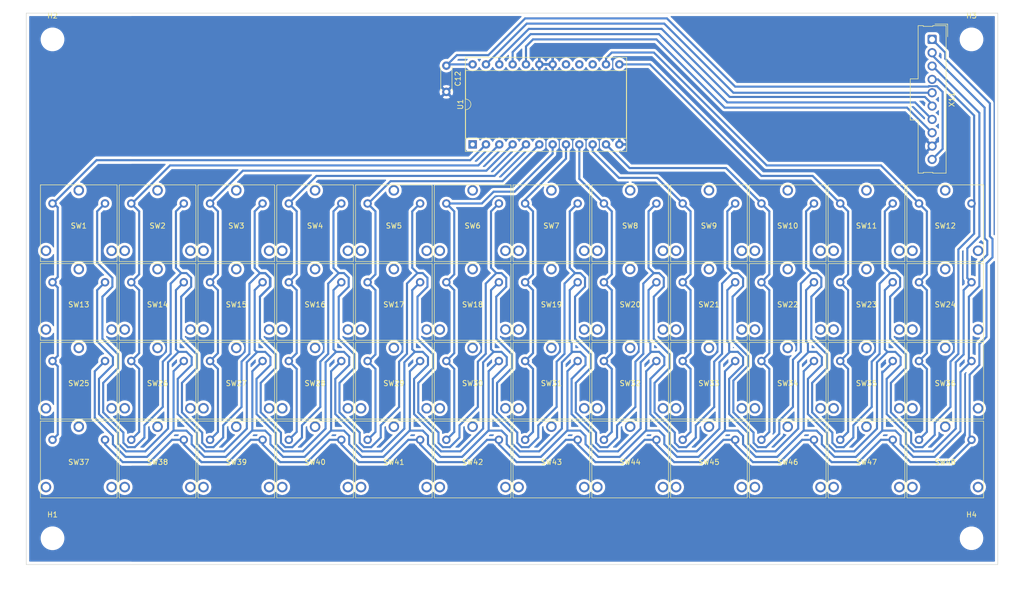
<source format=kicad_pcb>
(kicad_pcb (version 20171130) (host pcbnew 5.1.10)
  (layers (0 F.Cu signal) (31 B.Cu signal) (34 B.Paste user) (35 F.Paste user) (36 B.SilkS user) (37 F.SilkS user) (38 B.Mask user) (39 F.Mask user) (44 Edge.Cuts user))
  (net 0 "")
  (net 1 GND)
  (net 2 +5P)
  (net 3 /S0)
  (net 4 "Net-(SW1-Pad1)")
  (net 5 "Net-(SW14-Pad1)")
  (net 6 "Net-(SW15-Pad1)")
  (net 7 "Net-(SW16-Pad1)")
  (net 8 "Net-(SW17-Pad1)")
  (net 9 "Net-(SW18-Pad1)")
  (net 10 "Net-(SW19-Pad1)")
  (net 11 "Net-(SW20-Pad1)")
  (net 12 "Net-(SW21-Pad1)")
  (net 13 "Net-(SW10-Pad1)")
  (net 14 "Net-(SW11-Pad1)")
  (net 15 "Net-(SW12-Pad1)")
  (net 16 /S1)
  (net 17 /S2)
  (net 18 /S3)
  (net 19 /A0)
  (net 20 /A1)
  (net 21 /A2)
  (net 22 /A3)
  (net 23 "Net-(U1-Pad17)")
  (net 24 "Net-(U1-Pad16)")
  (net 25 "Net-(U1-Pad15)")
  (net 26 "Net-(U1-Pad1)")
  (module Connector_Molex:Molex_SL_171971-0010_1x10_P2.54mm_Vertical (layer F.Cu) (at 237.5 40 270)
    (fp_text reference X11 (at 11.43 -3.75 90) (layer F.SilkS))
    (fp_text value Tastatur)
    (pad 10 thru_hole circle (at 22.86 0 270) (size 1.74 1.74) (drill 1.09) (layers *.Cu *.Mask) (net 2 +5P))
    (pad 9 thru_hole circle (at 20.32 0 270) (size 1.74 1.74) (drill 1.09) (layers *.Cu *.Mask) (net 1 GND))
    (pad 8 thru_hole circle (at 17.78 0 270) (size 1.74 1.74) (drill 1.09) (layers *.Cu *.Mask) (net 22 /A3))
    (pad 7 thru_hole circle (at 15.24 0 270) (size 1.74 1.74) (drill 1.09) (layers *.Cu *.Mask) (net 21 /A2))
    (pad 6 thru_hole circle (at 12.7 0 270) (size 1.74 1.74) (drill 1.09) (layers *.Cu *.Mask) (net 20 /A1))
    (pad 5 thru_hole circle (at 10.16 0 270) (size 1.74 1.74) (drill 1.09) (layers *.Cu *.Mask) (net 19 /A0))
    (pad 4 thru_hole circle (at 7.62 0 270) (size 1.74 1.74) (drill 1.09) (layers *.Cu *.Mask) (net 3 /S0))
    (pad 3 thru_hole circle (at 5.08 0 270) (size 1.74 1.74) (drill 1.09) (layers *.Cu *.Mask) (net 16 /S1))
    (pad 2 thru_hole circle (at 2.54 0 270) (size 1.74 1.74) (drill 1.09) (layers *.Cu *.Mask) (net 17 /S2))
    (pad 1 thru_hole roundrect (at 0 0 270) (size 1.74 1.74) (drill 1.09) (layers *.Cu *.Mask) (roundrect_rratio 0.1436775862068966) (net 18 /S3))
  )
  (module MountingHole:MountingHole_3.5mm (layer F.Cu) (at 245 135)
    (fp_text reference H4 (at 0 -4.5) (layer F.SilkS))
    (fp_text value M3,5)
    (pad 1 np_thru_hole circle (at 0 0) (size 3.5 3.5) (drill 3.5) (layers *.Cu *.Mask))
  )
  (module MountingHole:MountingHole_3.5mm (layer F.Cu) (at 245 40)
    (fp_text reference H3 (at 0 -4.5) (layer F.SilkS))
    (fp_text value M3,5)
    (pad 1 np_thru_hole circle (at 0 0) (size 3.5 3.5) (drill 3.5) (layers *.Cu *.Mask))
  )
  (module MountingHole:MountingHole_3.5mm (layer F.Cu) (at 70 40)
    (fp_text reference H2 (at 0 -4.5) (layer F.SilkS))
    (fp_text value M3,5)
    (pad 1 np_thru_hole circle (at 0 0) (size 3.5 3.5) (drill 3.5) (layers *.Cu *.Mask))
  )
  (module MountingHole:MountingHole_3.5mm (layer F.Cu) (at 70 135)
    (fp_text reference H1 (at 0 -4.5) (layer F.SilkS))
    (fp_text value M3,5)
    (pad 1 np_thru_hole circle (at 0 0) (size 3.5 3.5) (drill 3.5) (layers *.Cu *.Mask))
  )
  (module Package_DIP:DIP-24_W15.24mm_Socket (layer F.Cu) (at 150 60 90)
    (fp_text reference U1 (at 7.62 -2.33 90) (layer F.SilkS))
    (fp_text value MH74154)
    (pad 24 thru_hole oval (at 15.24 0 90) (size 1.6 1.6) (drill 0.8) (layers *.Cu *.Mask) (net 2 +5P))
    (pad 12 thru_hole oval (at 0 27.94 90) (size 1.6 1.6) (drill 0.8) (layers *.Cu *.Mask) (net 1 GND))
    (pad 23 thru_hole oval (at 15.24 2.54 90) (size 1.6 1.6) (drill 0.8) (layers *.Cu *.Mask) (net 19 /A0))
    (pad 11 thru_hole oval (at 0 25.4 90) (size 1.6 1.6) (drill 0.8) (layers *.Cu *.Mask) (net 13 "Net-(SW10-Pad1)"))
    (pad 22 thru_hole oval (at 15.24 5.08 90) (size 1.6 1.6) (drill 0.8) (layers *.Cu *.Mask) (net 20 /A1))
    (pad 10 thru_hole oval (at 0 22.86 90) (size 1.6 1.6) (drill 0.8) (layers *.Cu *.Mask) (net 12 "Net-(SW21-Pad1)"))
    (pad 21 thru_hole oval (at 15.24 7.62 90) (size 1.6 1.6) (drill 0.8) (layers *.Cu *.Mask) (net 21 /A2))
    (pad 9 thru_hole oval (at 0 20.32 90) (size 1.6 1.6) (drill 0.8) (layers *.Cu *.Mask) (net 11 "Net-(SW20-Pad1)"))
    (pad 20 thru_hole oval (at 15.24 10.16 90) (size 1.6 1.6) (drill 0.8) (layers *.Cu *.Mask) (net 22 /A3))
    (pad 8 thru_hole oval (at 0 17.78 90) (size 1.6 1.6) (drill 0.8) (layers *.Cu *.Mask) (net 10 "Net-(SW19-Pad1)"))
    (pad 19 thru_hole oval (at 15.24 12.7 90) (size 1.6 1.6) (drill 0.8) (layers *.Cu *.Mask) (net 1 GND))
    (pad 7 thru_hole oval (at 0 15.24 90) (size 1.6 1.6) (drill 0.8) (layers *.Cu *.Mask) (net 9 "Net-(SW18-Pad1)"))
    (pad 18 thru_hole oval (at 15.24 15.24 90) (size 1.6 1.6) (drill 0.8) (layers *.Cu *.Mask) (net 1 GND))
    (pad 6 thru_hole oval (at 0 12.7 90) (size 1.6 1.6) (drill 0.8) (layers *.Cu *.Mask) (net 8 "Net-(SW17-Pad1)"))
    (pad 17 thru_hole oval (at 15.24 17.78 90) (size 1.6 1.6) (drill 0.8) (layers *.Cu *.Mask) (net 23 "Net-(U1-Pad17)"))
    (pad 5 thru_hole oval (at 0 10.16 90) (size 1.6 1.6) (drill 0.8) (layers *.Cu *.Mask) (net 7 "Net-(SW16-Pad1)"))
    (pad 16 thru_hole oval (at 15.24 20.32 90) (size 1.6 1.6) (drill 0.8) (layers *.Cu *.Mask) (net 24 "Net-(U1-Pad16)"))
    (pad 4 thru_hole oval (at 0 7.62 90) (size 1.6 1.6) (drill 0.8) (layers *.Cu *.Mask) (net 6 "Net-(SW15-Pad1)"))
    (pad 15 thru_hole oval (at 15.24 22.86 90) (size 1.6 1.6) (drill 0.8) (layers *.Cu *.Mask) (net 25 "Net-(U1-Pad15)"))
    (pad 3 thru_hole oval (at 0 5.08 90) (size 1.6 1.6) (drill 0.8) (layers *.Cu *.Mask) (net 5 "Net-(SW14-Pad1)"))
    (pad 14 thru_hole oval (at 15.24 25.4 90) (size 1.6 1.6) (drill 0.8) (layers *.Cu *.Mask) (net 15 "Net-(SW12-Pad1)"))
    (pad 2 thru_hole oval (at 0 2.54 90) (size 1.6 1.6) (drill 0.8) (layers *.Cu *.Mask) (net 4 "Net-(SW1-Pad1)"))
    (pad 13 thru_hole oval (at 15.24 27.94 90) (size 1.6 1.6) (drill 0.8) (layers *.Cu *.Mask) (net 14 "Net-(SW11-Pad1)"))
    (pad 1 thru_hole rect (at 0 0 90) (size 1.6 1.6) (drill 0.8) (layers *.Cu *.Mask) (net 26 "Net-(U1-Pad1)"))
  )
  (module Tiny2k_Bauteile:TSE15_stehend_ohne_Beleuchtung (layer F.Cu) (at 240 120)
    (fp_text reference SW48 (at 0 0.5) (layer F.SilkS))
    (fp_text value Enter)
    (pad 0 thru_hole circle (at 0 -6.25) (size 2 2) (drill 1.3) (layers *.Cu *.Mask))
    (pad 0 thru_hole circle (at 6.25 5.25) (size 2 2) (drill 1.3) (layers *.Cu *.Mask))
    (pad 0 thru_hole circle (at -6.25 5.25) (size 2 2) (drill 1.3) (layers *.Cu *.Mask))
    (pad 2 thru_hole circle (at 5 -3.75) (size 1.6 1.6) (drill 0.9) (layers *.Cu *.Mask) (net 18 /S3))
    (pad 1 thru_hole circle (at -5 -3.75) (size 1.6 1.6) (drill 0.9) (layers *.Cu *.Mask) (net 15 "Net-(SW12-Pad1)"))
  )
  (module Tiny2k_Bauteile:TSE15_stehend_ohne_Beleuchtung (layer F.Cu) (at 225 120)
    (fp_text reference SW47 (at 0 0.5) (layer F.SilkS))
    (fp_text value /)
    (pad 0 thru_hole circle (at 0 -6.25) (size 2 2) (drill 1.3) (layers *.Cu *.Mask))
    (pad 0 thru_hole circle (at 6.25 5.25) (size 2 2) (drill 1.3) (layers *.Cu *.Mask))
    (pad 0 thru_hole circle (at -6.25 5.25) (size 2 2) (drill 1.3) (layers *.Cu *.Mask))
    (pad 2 thru_hole circle (at 5 -3.75) (size 1.6 1.6) (drill 0.9) (layers *.Cu *.Mask) (net 18 /S3))
    (pad 1 thru_hole circle (at -5 -3.75) (size 1.6 1.6) (drill 0.9) (layers *.Cu *.Mask) (net 14 "Net-(SW11-Pad1)"))
  )
  (module Tiny2k_Bauteile:TSE15_stehend_ohne_Beleuchtung (layer F.Cu) (at 210 120)
    (fp_text reference SW46 (at 0 0.5) (layer F.SilkS))
    (fp_text value >)
    (pad 0 thru_hole circle (at 0 -6.25) (size 2 2) (drill 1.3) (layers *.Cu *.Mask))
    (pad 0 thru_hole circle (at 6.25 5.25) (size 2 2) (drill 1.3) (layers *.Cu *.Mask))
    (pad 0 thru_hole circle (at -6.25 5.25) (size 2 2) (drill 1.3) (layers *.Cu *.Mask))
    (pad 2 thru_hole circle (at 5 -3.75) (size 1.6 1.6) (drill 0.9) (layers *.Cu *.Mask) (net 18 /S3))
    (pad 1 thru_hole circle (at -5 -3.75) (size 1.6 1.6) (drill 0.9) (layers *.Cu *.Mask) (net 13 "Net-(SW10-Pad1)"))
  )
  (module Tiny2k_Bauteile:TSE15_stehend_ohne_Beleuchtung (layer F.Cu) (at 195 120)
    (fp_text reference SW45 (at 0 0.5) (layer F.SilkS))
    (fp_text value <)
    (pad 0 thru_hole circle (at 0 -6.25) (size 2 2) (drill 1.3) (layers *.Cu *.Mask))
    (pad 0 thru_hole circle (at 6.25 5.25) (size 2 2) (drill 1.3) (layers *.Cu *.Mask))
    (pad 0 thru_hole circle (at -6.25 5.25) (size 2 2) (drill 1.3) (layers *.Cu *.Mask))
    (pad 2 thru_hole circle (at 5 -3.75) (size 1.6 1.6) (drill 0.9) (layers *.Cu *.Mask) (net 18 /S3))
    (pad 1 thru_hole circle (at -5 -3.75) (size 1.6 1.6) (drill 0.9) (layers *.Cu *.Mask) (net 12 "Net-(SW21-Pad1)"))
  )
  (module Tiny2k_Bauteile:TSE15_stehend_ohne_Beleuchtung (layer F.Cu) (at 180 120)
    (fp_text reference SW44 (at 0 0.5) (layer F.SilkS))
    (fp_text value M)
    (pad 0 thru_hole circle (at 0 -6.25) (size 2 2) (drill 1.3) (layers *.Cu *.Mask))
    (pad 0 thru_hole circle (at 6.25 5.25) (size 2 2) (drill 1.3) (layers *.Cu *.Mask))
    (pad 0 thru_hole circle (at -6.25 5.25) (size 2 2) (drill 1.3) (layers *.Cu *.Mask))
    (pad 2 thru_hole circle (at 5 -3.75) (size 1.6 1.6) (drill 0.9) (layers *.Cu *.Mask) (net 18 /S3))
    (pad 1 thru_hole circle (at -5 -3.75) (size 1.6 1.6) (drill 0.9) (layers *.Cu *.Mask) (net 11 "Net-(SW20-Pad1)"))
  )
  (module Tiny2k_Bauteile:TSE15_stehend_ohne_Beleuchtung (layer F.Cu) (at 165 120)
    (fp_text reference SW43 (at 0 0.5) (layer F.SilkS))
    (fp_text value N)
    (pad 0 thru_hole circle (at 0 -6.25) (size 2 2) (drill 1.3) (layers *.Cu *.Mask))
    (pad 0 thru_hole circle (at 6.25 5.25) (size 2 2) (drill 1.3) (layers *.Cu *.Mask))
    (pad 0 thru_hole circle (at -6.25 5.25) (size 2 2) (drill 1.3) (layers *.Cu *.Mask))
    (pad 2 thru_hole circle (at 5 -3.75) (size 1.6 1.6) (drill 0.9) (layers *.Cu *.Mask) (net 18 /S3))
    (pad 1 thru_hole circle (at -5 -3.75) (size 1.6 1.6) (drill 0.9) (layers *.Cu *.Mask) (net 10 "Net-(SW19-Pad1)"))
  )
  (module Tiny2k_Bauteile:TSE15_stehend_ohne_Beleuchtung (layer F.Cu) (at 150 120)
    (fp_text reference SW42 (at 0 0.5) (layer F.SilkS))
    (fp_text value B)
    (pad 0 thru_hole circle (at 0 -6.25) (size 2 2) (drill 1.3) (layers *.Cu *.Mask))
    (pad 0 thru_hole circle (at 6.25 5.25) (size 2 2) (drill 1.3) (layers *.Cu *.Mask))
    (pad 0 thru_hole circle (at -6.25 5.25) (size 2 2) (drill 1.3) (layers *.Cu *.Mask))
    (pad 2 thru_hole circle (at 5 -3.75) (size 1.6 1.6) (drill 0.9) (layers *.Cu *.Mask) (net 18 /S3))
    (pad 1 thru_hole circle (at -5 -3.75) (size 1.6 1.6) (drill 0.9) (layers *.Cu *.Mask) (net 9 "Net-(SW18-Pad1)"))
  )
  (module Tiny2k_Bauteile:TSE15_stehend_ohne_Beleuchtung (layer F.Cu) (at 135 120)
    (fp_text reference SW41 (at 0 0.5) (layer F.SilkS))
    (fp_text value V)
    (pad 0 thru_hole circle (at 0 -6.25) (size 2 2) (drill 1.3) (layers *.Cu *.Mask))
    (pad 0 thru_hole circle (at 6.25 5.25) (size 2 2) (drill 1.3) (layers *.Cu *.Mask))
    (pad 0 thru_hole circle (at -6.25 5.25) (size 2 2) (drill 1.3) (layers *.Cu *.Mask))
    (pad 2 thru_hole circle (at 5 -3.75) (size 1.6 1.6) (drill 0.9) (layers *.Cu *.Mask) (net 18 /S3))
    (pad 1 thru_hole circle (at -5 -3.75) (size 1.6 1.6) (drill 0.9) (layers *.Cu *.Mask) (net 8 "Net-(SW17-Pad1)"))
  )
  (module Tiny2k_Bauteile:TSE15_stehend_ohne_Beleuchtung (layer F.Cu) (at 120 120)
    (fp_text reference SW40 (at 0 0.5) (layer F.SilkS))
    (fp_text value C)
    (pad 0 thru_hole circle (at 0 -6.25) (size 2 2) (drill 1.3) (layers *.Cu *.Mask))
    (pad 0 thru_hole circle (at 6.25 5.25) (size 2 2) (drill 1.3) (layers *.Cu *.Mask))
    (pad 0 thru_hole circle (at -6.25 5.25) (size 2 2) (drill 1.3) (layers *.Cu *.Mask))
    (pad 2 thru_hole circle (at 5 -3.75) (size 1.6 1.6) (drill 0.9) (layers *.Cu *.Mask) (net 18 /S3))
    (pad 1 thru_hole circle (at -5 -3.75) (size 1.6 1.6) (drill 0.9) (layers *.Cu *.Mask) (net 7 "Net-(SW16-Pad1)"))
  )
  (module Tiny2k_Bauteile:TSE15_stehend_ohne_Beleuchtung (layer F.Cu) (at 105 120)
    (fp_text reference SW39 (at 0 0.5) (layer F.SilkS))
    (fp_text value X)
    (pad 0 thru_hole circle (at 0 -6.25) (size 2 2) (drill 1.3) (layers *.Cu *.Mask))
    (pad 0 thru_hole circle (at 6.25 5.25) (size 2 2) (drill 1.3) (layers *.Cu *.Mask))
    (pad 0 thru_hole circle (at -6.25 5.25) (size 2 2) (drill 1.3) (layers *.Cu *.Mask))
    (pad 2 thru_hole circle (at 5 -3.75) (size 1.6 1.6) (drill 0.9) (layers *.Cu *.Mask) (net 18 /S3))
    (pad 1 thru_hole circle (at -5 -3.75) (size 1.6 1.6) (drill 0.9) (layers *.Cu *.Mask) (net 6 "Net-(SW15-Pad1)"))
  )
  (module Tiny2k_Bauteile:TSE15_stehend_ohne_Beleuchtung (layer F.Cu) (at 90 120)
    (fp_text reference SW38 (at 0 0.5) (layer F.SilkS))
    (fp_text value Y)
    (pad 0 thru_hole circle (at 0 -6.25) (size 2 2) (drill 1.3) (layers *.Cu *.Mask))
    (pad 0 thru_hole circle (at 6.25 5.25) (size 2 2) (drill 1.3) (layers *.Cu *.Mask))
    (pad 0 thru_hole circle (at -6.25 5.25) (size 2 2) (drill 1.3) (layers *.Cu *.Mask))
    (pad 2 thru_hole circle (at 5 -3.75) (size 1.6 1.6) (drill 0.9) (layers *.Cu *.Mask) (net 18 /S3))
    (pad 1 thru_hole circle (at -5 -3.75) (size 1.6 1.6) (drill 0.9) (layers *.Cu *.Mask) (net 5 "Net-(SW14-Pad1)"))
  )
  (module Tiny2k_Bauteile:TSE15_stehend_ohne_Beleuchtung (layer F.Cu) (at 75 120)
    (fp_text reference SW37 (at 0 0.5) (layer F.SilkS))
    (fp_text value Space)
    (pad 0 thru_hole circle (at 0 -6.25) (size 2 2) (drill 1.3) (layers *.Cu *.Mask))
    (pad 0 thru_hole circle (at 6.25 5.25) (size 2 2) (drill 1.3) (layers *.Cu *.Mask))
    (pad 0 thru_hole circle (at -6.25 5.25) (size 2 2) (drill 1.3) (layers *.Cu *.Mask))
    (pad 2 thru_hole circle (at 5 -3.75) (size 1.6 1.6) (drill 0.9) (layers *.Cu *.Mask) (net 18 /S3))
    (pad 1 thru_hole circle (at -5 -3.75) (size 1.6 1.6) (drill 0.9) (layers *.Cu *.Mask) (net 4 "Net-(SW1-Pad1)"))
  )
  (module Tiny2k_Bauteile:TSE15_stehend_ohne_Beleuchtung (layer F.Cu) (at 240 105)
    (fp_text reference SW36 (at 0 0.5) (layer F.SilkS))
    (fp_text value -)
    (pad 0 thru_hole circle (at 0 -6.25) (size 2 2) (drill 1.3) (layers *.Cu *.Mask))
    (pad 0 thru_hole circle (at 6.25 5.25) (size 2 2) (drill 1.3) (layers *.Cu *.Mask))
    (pad 0 thru_hole circle (at -6.25 5.25) (size 2 2) (drill 1.3) (layers *.Cu *.Mask))
    (pad 2 thru_hole circle (at 5 -3.75) (size 1.6 1.6) (drill 0.9) (layers *.Cu *.Mask) (net 17 /S2))
    (pad 1 thru_hole circle (at -5 -3.75) (size 1.6 1.6) (drill 0.9) (layers *.Cu *.Mask) (net 15 "Net-(SW12-Pad1)"))
  )
  (module Tiny2k_Bauteile:TSE15_stehend_ohne_Beleuchtung (layer F.Cu) (at 225 105)
    (fp_text reference SW35 (at 0 0.5) (layer F.SilkS))
    (fp_text value *)
    (pad 0 thru_hole circle (at 0 -6.25) (size 2 2) (drill 1.3) (layers *.Cu *.Mask))
    (pad 0 thru_hole circle (at 6.25 5.25) (size 2 2) (drill 1.3) (layers *.Cu *.Mask))
    (pad 0 thru_hole circle (at -6.25 5.25) (size 2 2) (drill 1.3) (layers *.Cu *.Mask))
    (pad 2 thru_hole circle (at 5 -3.75) (size 1.6 1.6) (drill 0.9) (layers *.Cu *.Mask) (net 17 /S2))
    (pad 1 thru_hole circle (at -5 -3.75) (size 1.6 1.6) (drill 0.9) (layers *.Cu *.Mask) (net 14 "Net-(SW11-Pad1)"))
  )
  (module Tiny2k_Bauteile:TSE15_stehend_ohne_Beleuchtung (layer F.Cu) (at 210 105)
    (fp_text reference SW34 (at 0 0.5) (layer F.SilkS))
    (fp_text value L)
    (pad 0 thru_hole circle (at 0 -6.25) (size 2 2) (drill 1.3) (layers *.Cu *.Mask))
    (pad 0 thru_hole circle (at 6.25 5.25) (size 2 2) (drill 1.3) (layers *.Cu *.Mask))
    (pad 0 thru_hole circle (at -6.25 5.25) (size 2 2) (drill 1.3) (layers *.Cu *.Mask))
    (pad 2 thru_hole circle (at 5 -3.75) (size 1.6 1.6) (drill 0.9) (layers *.Cu *.Mask) (net 17 /S2))
    (pad 1 thru_hole circle (at -5 -3.75) (size 1.6 1.6) (drill 0.9) (layers *.Cu *.Mask) (net 13 "Net-(SW10-Pad1)"))
  )
  (module Tiny2k_Bauteile:TSE15_stehend_ohne_Beleuchtung (layer F.Cu) (at 195 105)
    (fp_text reference SW33 (at 0 0.5) (layer F.SilkS))
    (fp_text value K)
    (pad 0 thru_hole circle (at 0 -6.25) (size 2 2) (drill 1.3) (layers *.Cu *.Mask))
    (pad 0 thru_hole circle (at 6.25 5.25) (size 2 2) (drill 1.3) (layers *.Cu *.Mask))
    (pad 0 thru_hole circle (at -6.25 5.25) (size 2 2) (drill 1.3) (layers *.Cu *.Mask))
    (pad 2 thru_hole circle (at 5 -3.75) (size 1.6 1.6) (drill 0.9) (layers *.Cu *.Mask) (net 17 /S2))
    (pad 1 thru_hole circle (at -5 -3.75) (size 1.6 1.6) (drill 0.9) (layers *.Cu *.Mask) (net 12 "Net-(SW21-Pad1)"))
  )
  (module Tiny2k_Bauteile:TSE15_stehend_ohne_Beleuchtung (layer F.Cu) (at 180 105)
    (fp_text reference SW32 (at 0 0.5) (layer F.SilkS))
    (fp_text value J)
    (pad 0 thru_hole circle (at 0 -6.25) (size 2 2) (drill 1.3) (layers *.Cu *.Mask))
    (pad 0 thru_hole circle (at 6.25 5.25) (size 2 2) (drill 1.3) (layers *.Cu *.Mask))
    (pad 0 thru_hole circle (at -6.25 5.25) (size 2 2) (drill 1.3) (layers *.Cu *.Mask))
    (pad 2 thru_hole circle (at 5 -3.75) (size 1.6 1.6) (drill 0.9) (layers *.Cu *.Mask) (net 17 /S2))
    (pad 1 thru_hole circle (at -5 -3.75) (size 1.6 1.6) (drill 0.9) (layers *.Cu *.Mask) (net 11 "Net-(SW20-Pad1)"))
  )
  (module Tiny2k_Bauteile:TSE15_stehend_ohne_Beleuchtung (layer F.Cu) (at 165 105)
    (fp_text reference SW31 (at 0 0.5) (layer F.SilkS))
    (fp_text value H)
    (pad 0 thru_hole circle (at 0 -6.25) (size 2 2) (drill 1.3) (layers *.Cu *.Mask))
    (pad 0 thru_hole circle (at 6.25 5.25) (size 2 2) (drill 1.3) (layers *.Cu *.Mask))
    (pad 0 thru_hole circle (at -6.25 5.25) (size 2 2) (drill 1.3) (layers *.Cu *.Mask))
    (pad 2 thru_hole circle (at 5 -3.75) (size 1.6 1.6) (drill 0.9) (layers *.Cu *.Mask) (net 17 /S2))
    (pad 1 thru_hole circle (at -5 -3.75) (size 1.6 1.6) (drill 0.9) (layers *.Cu *.Mask) (net 10 "Net-(SW19-Pad1)"))
  )
  (module Tiny2k_Bauteile:TSE15_stehend_ohne_Beleuchtung (layer F.Cu) (at 150 105)
    (fp_text reference SW30 (at 0 0.5) (layer F.SilkS))
    (fp_text value G)
    (pad 0 thru_hole circle (at 0 -6.25) (size 2 2) (drill 1.3) (layers *.Cu *.Mask))
    (pad 0 thru_hole circle (at 6.25 5.25) (size 2 2) (drill 1.3) (layers *.Cu *.Mask))
    (pad 0 thru_hole circle (at -6.25 5.25) (size 2 2) (drill 1.3) (layers *.Cu *.Mask))
    (pad 2 thru_hole circle (at 5 -3.75) (size 1.6 1.6) (drill 0.9) (layers *.Cu *.Mask) (net 17 /S2))
    (pad 1 thru_hole circle (at -5 -3.75) (size 1.6 1.6) (drill 0.9) (layers *.Cu *.Mask) (net 9 "Net-(SW18-Pad1)"))
  )
  (module Tiny2k_Bauteile:TSE15_stehend_ohne_Beleuchtung (layer F.Cu) (at 135 105)
    (fp_text reference SW29 (at 0 0.5) (layer F.SilkS))
    (fp_text value F)
    (pad 0 thru_hole circle (at 0 -6.25) (size 2 2) (drill 1.3) (layers *.Cu *.Mask))
    (pad 0 thru_hole circle (at 6.25 5.25) (size 2 2) (drill 1.3) (layers *.Cu *.Mask))
    (pad 0 thru_hole circle (at -6.25 5.25) (size 2 2) (drill 1.3) (layers *.Cu *.Mask))
    (pad 2 thru_hole circle (at 5 -3.75) (size 1.6 1.6) (drill 0.9) (layers *.Cu *.Mask) (net 17 /S2))
    (pad 1 thru_hole circle (at -5 -3.75) (size 1.6 1.6) (drill 0.9) (layers *.Cu *.Mask) (net 8 "Net-(SW17-Pad1)"))
  )
  (module Tiny2k_Bauteile:TSE15_stehend_ohne_Beleuchtung (layer F.Cu) (at 120 105)
    (fp_text reference SW28 (at 0 0.5) (layer F.SilkS))
    (fp_text value D)
    (pad 0 thru_hole circle (at 0 -6.25) (size 2 2) (drill 1.3) (layers *.Cu *.Mask))
    (pad 0 thru_hole circle (at 6.25 5.25) (size 2 2) (drill 1.3) (layers *.Cu *.Mask))
    (pad 0 thru_hole circle (at -6.25 5.25) (size 2 2) (drill 1.3) (layers *.Cu *.Mask))
    (pad 2 thru_hole circle (at 5 -3.75) (size 1.6 1.6) (drill 0.9) (layers *.Cu *.Mask) (net 17 /S2))
    (pad 1 thru_hole circle (at -5 -3.75) (size 1.6 1.6) (drill 0.9) (layers *.Cu *.Mask) (net 7 "Net-(SW16-Pad1)"))
  )
  (module Tiny2k_Bauteile:TSE15_stehend_ohne_Beleuchtung (layer F.Cu) (at 105 105)
    (fp_text reference SW27 (at 0 0.5) (layer F.SilkS))
    (fp_text value S)
    (pad 0 thru_hole circle (at 0 -6.25) (size 2 2) (drill 1.3) (layers *.Cu *.Mask))
    (pad 0 thru_hole circle (at 6.25 5.25) (size 2 2) (drill 1.3) (layers *.Cu *.Mask))
    (pad 0 thru_hole circle (at -6.25 5.25) (size 2 2) (drill 1.3) (layers *.Cu *.Mask))
    (pad 2 thru_hole circle (at 5 -3.75) (size 1.6 1.6) (drill 0.9) (layers *.Cu *.Mask) (net 17 /S2))
    (pad 1 thru_hole circle (at -5 -3.75) (size 1.6 1.6) (drill 0.9) (layers *.Cu *.Mask) (net 6 "Net-(SW15-Pad1)"))
  )
  (module Tiny2k_Bauteile:TSE15_stehend_ohne_Beleuchtung (layer F.Cu) (at 90 105)
    (fp_text reference SW26 (at 0 0.5) (layer F.SilkS))
    (fp_text value A)
    (pad 0 thru_hole circle (at 0 -6.25) (size 2 2) (drill 1.3) (layers *.Cu *.Mask))
    (pad 0 thru_hole circle (at 6.25 5.25) (size 2 2) (drill 1.3) (layers *.Cu *.Mask))
    (pad 0 thru_hole circle (at -6.25 5.25) (size 2 2) (drill 1.3) (layers *.Cu *.Mask))
    (pad 2 thru_hole circle (at 5 -3.75) (size 1.6 1.6) (drill 0.9) (layers *.Cu *.Mask) (net 17 /S2))
    (pad 1 thru_hole circle (at -5 -3.75) (size 1.6 1.6) (drill 0.9) (layers *.Cu *.Mask) (net 5 "Net-(SW14-Pad1)"))
  )
  (module Tiny2k_Bauteile:TSE15_stehend_ohne_Beleuchtung (layer F.Cu) (at 75 105)
    (fp_text reference SW25 (at 0 0.5) (layer F.SilkS))
    (fp_text value Shift)
    (pad 0 thru_hole circle (at 0 -6.25) (size 2 2) (drill 1.3) (layers *.Cu *.Mask))
    (pad 0 thru_hole circle (at 6.25 5.25) (size 2 2) (drill 1.3) (layers *.Cu *.Mask))
    (pad 0 thru_hole circle (at -6.25 5.25) (size 2 2) (drill 1.3) (layers *.Cu *.Mask))
    (pad 2 thru_hole circle (at 5 -3.75) (size 1.6 1.6) (drill 0.9) (layers *.Cu *.Mask) (net 17 /S2))
    (pad 1 thru_hole circle (at -5 -3.75) (size 1.6 1.6) (drill 0.9) (layers *.Cu *.Mask) (net 4 "Net-(SW1-Pad1)"))
  )
  (module Tiny2k_Bauteile:TSE15_stehend_ohne_Beleuchtung (layer F.Cu) (at 240 90)
    (fp_text reference SW24 (at 0 0.5) (layer F.SilkS))
    (fp_text value +)
    (pad 0 thru_hole circle (at 0 -6.25) (size 2 2) (drill 1.3) (layers *.Cu *.Mask))
    (pad 0 thru_hole circle (at 6.25 5.25) (size 2 2) (drill 1.3) (layers *.Cu *.Mask))
    (pad 0 thru_hole circle (at -6.25 5.25) (size 2 2) (drill 1.3) (layers *.Cu *.Mask))
    (pad 2 thru_hole circle (at 5 -3.75) (size 1.6 1.6) (drill 0.9) (layers *.Cu *.Mask) (net 16 /S1))
    (pad 1 thru_hole circle (at -5 -3.75) (size 1.6 1.6) (drill 0.9) (layers *.Cu *.Mask) (net 15 "Net-(SW12-Pad1)"))
  )
  (module Tiny2k_Bauteile:TSE15_stehend_ohne_Beleuchtung (layer F.Cu) (at 225 90)
    (fp_text reference SW23 (at 0 0.5) (layer F.SilkS))
    (fp_text value P)
    (pad 0 thru_hole circle (at 0 -6.25) (size 2 2) (drill 1.3) (layers *.Cu *.Mask))
    (pad 0 thru_hole circle (at 6.25 5.25) (size 2 2) (drill 1.3) (layers *.Cu *.Mask))
    (pad 0 thru_hole circle (at -6.25 5.25) (size 2 2) (drill 1.3) (layers *.Cu *.Mask))
    (pad 2 thru_hole circle (at 5 -3.75) (size 1.6 1.6) (drill 0.9) (layers *.Cu *.Mask) (net 16 /S1))
    (pad 1 thru_hole circle (at -5 -3.75) (size 1.6 1.6) (drill 0.9) (layers *.Cu *.Mask) (net 14 "Net-(SW11-Pad1)"))
  )
  (module Tiny2k_Bauteile:TSE15_stehend_ohne_Beleuchtung (layer F.Cu) (at 210 90)
    (fp_text reference SW22 (at 0 0.5) (layer F.SilkS))
    (fp_text value O)
    (pad 0 thru_hole circle (at 0 -6.25) (size 2 2) (drill 1.3) (layers *.Cu *.Mask))
    (pad 0 thru_hole circle (at 6.25 5.25) (size 2 2) (drill 1.3) (layers *.Cu *.Mask))
    (pad 0 thru_hole circle (at -6.25 5.25) (size 2 2) (drill 1.3) (layers *.Cu *.Mask))
    (pad 2 thru_hole circle (at 5 -3.75) (size 1.6 1.6) (drill 0.9) (layers *.Cu *.Mask) (net 16 /S1))
    (pad 1 thru_hole circle (at -5 -3.75) (size 1.6 1.6) (drill 0.9) (layers *.Cu *.Mask) (net 13 "Net-(SW10-Pad1)"))
  )
  (module Tiny2k_Bauteile:TSE15_stehend_ohne_Beleuchtung (layer F.Cu) (at 195 90)
    (fp_text reference SW21 (at 0 0.5) (layer F.SilkS))
    (fp_text value I)
    (pad 0 thru_hole circle (at 0 -6.25) (size 2 2) (drill 1.3) (layers *.Cu *.Mask))
    (pad 0 thru_hole circle (at 6.25 5.25) (size 2 2) (drill 1.3) (layers *.Cu *.Mask))
    (pad 0 thru_hole circle (at -6.25 5.25) (size 2 2) (drill 1.3) (layers *.Cu *.Mask))
    (pad 2 thru_hole circle (at 5 -3.75) (size 1.6 1.6) (drill 0.9) (layers *.Cu *.Mask) (net 16 /S1))
    (pad 1 thru_hole circle (at -5 -3.75) (size 1.6 1.6) (drill 0.9) (layers *.Cu *.Mask) (net 12 "Net-(SW21-Pad1)"))
  )
  (module Tiny2k_Bauteile:TSE15_stehend_ohne_Beleuchtung (layer F.Cu) (at 180 90)
    (fp_text reference SW20 (at 0 0.5) (layer F.SilkS))
    (fp_text value U)
    (pad 0 thru_hole circle (at 0 -6.25) (size 2 2) (drill 1.3) (layers *.Cu *.Mask))
    (pad 0 thru_hole circle (at 6.25 5.25) (size 2 2) (drill 1.3) (layers *.Cu *.Mask))
    (pad 0 thru_hole circle (at -6.25 5.25) (size 2 2) (drill 1.3) (layers *.Cu *.Mask))
    (pad 2 thru_hole circle (at 5 -3.75) (size 1.6 1.6) (drill 0.9) (layers *.Cu *.Mask) (net 16 /S1))
    (pad 1 thru_hole circle (at -5 -3.75) (size 1.6 1.6) (drill 0.9) (layers *.Cu *.Mask) (net 11 "Net-(SW20-Pad1)"))
  )
  (module Tiny2k_Bauteile:TSE15_stehend_ohne_Beleuchtung (layer F.Cu) (at 165 90)
    (fp_text reference SW19 (at 0 0.5) (layer F.SilkS))
    (fp_text value Z)
    (pad 0 thru_hole circle (at 0 -6.25) (size 2 2) (drill 1.3) (layers *.Cu *.Mask))
    (pad 0 thru_hole circle (at 6.25 5.25) (size 2 2) (drill 1.3) (layers *.Cu *.Mask))
    (pad 0 thru_hole circle (at -6.25 5.25) (size 2 2) (drill 1.3) (layers *.Cu *.Mask))
    (pad 2 thru_hole circle (at 5 -3.75) (size 1.6 1.6) (drill 0.9) (layers *.Cu *.Mask) (net 16 /S1))
    (pad 1 thru_hole circle (at -5 -3.75) (size 1.6 1.6) (drill 0.9) (layers *.Cu *.Mask) (net 10 "Net-(SW19-Pad1)"))
  )
  (module Tiny2k_Bauteile:TSE15_stehend_ohne_Beleuchtung (layer F.Cu) (at 150 90)
    (fp_text reference SW18 (at 0 0.5) (layer F.SilkS))
    (fp_text value T)
    (pad 0 thru_hole circle (at 0 -6.25) (size 2 2) (drill 1.3) (layers *.Cu *.Mask))
    (pad 0 thru_hole circle (at 6.25 5.25) (size 2 2) (drill 1.3) (layers *.Cu *.Mask))
    (pad 0 thru_hole circle (at -6.25 5.25) (size 2 2) (drill 1.3) (layers *.Cu *.Mask))
    (pad 2 thru_hole circle (at 5 -3.75) (size 1.6 1.6) (drill 0.9) (layers *.Cu *.Mask) (net 16 /S1))
    (pad 1 thru_hole circle (at -5 -3.75) (size 1.6 1.6) (drill 0.9) (layers *.Cu *.Mask) (net 9 "Net-(SW18-Pad1)"))
  )
  (module Tiny2k_Bauteile:TSE15_stehend_ohne_Beleuchtung (layer F.Cu) (at 135 90)
    (fp_text reference SW17 (at 0 0.5) (layer F.SilkS))
    (fp_text value R)
    (pad 0 thru_hole circle (at 0 -6.25) (size 2 2) (drill 1.3) (layers *.Cu *.Mask))
    (pad 0 thru_hole circle (at 6.25 5.25) (size 2 2) (drill 1.3) (layers *.Cu *.Mask))
    (pad 0 thru_hole circle (at -6.25 5.25) (size 2 2) (drill 1.3) (layers *.Cu *.Mask))
    (pad 2 thru_hole circle (at 5 -3.75) (size 1.6 1.6) (drill 0.9) (layers *.Cu *.Mask) (net 16 /S1))
    (pad 1 thru_hole circle (at -5 -3.75) (size 1.6 1.6) (drill 0.9) (layers *.Cu *.Mask) (net 8 "Net-(SW17-Pad1)"))
  )
  (module Tiny2k_Bauteile:TSE15_stehend_ohne_Beleuchtung (layer F.Cu) (at 120 90)
    (fp_text reference SW16 (at 0 0.5) (layer F.SilkS))
    (fp_text value E)
    (pad 0 thru_hole circle (at 0 -6.25) (size 2 2) (drill 1.3) (layers *.Cu *.Mask))
    (pad 0 thru_hole circle (at 6.25 5.25) (size 2 2) (drill 1.3) (layers *.Cu *.Mask))
    (pad 0 thru_hole circle (at -6.25 5.25) (size 2 2) (drill 1.3) (layers *.Cu *.Mask))
    (pad 2 thru_hole circle (at 5 -3.75) (size 1.6 1.6) (drill 0.9) (layers *.Cu *.Mask) (net 16 /S1))
    (pad 1 thru_hole circle (at -5 -3.75) (size 1.6 1.6) (drill 0.9) (layers *.Cu *.Mask) (net 7 "Net-(SW16-Pad1)"))
  )
  (module Tiny2k_Bauteile:TSE15_stehend_ohne_Beleuchtung (layer F.Cu) (at 105 90)
    (fp_text reference SW15 (at 0 0.5) (layer F.SilkS))
    (fp_text value W)
    (pad 0 thru_hole circle (at 0 -6.25) (size 2 2) (drill 1.3) (layers *.Cu *.Mask))
    (pad 0 thru_hole circle (at 6.25 5.25) (size 2 2) (drill 1.3) (layers *.Cu *.Mask))
    (pad 0 thru_hole circle (at -6.25 5.25) (size 2 2) (drill 1.3) (layers *.Cu *.Mask))
    (pad 2 thru_hole circle (at 5 -3.75) (size 1.6 1.6) (drill 0.9) (layers *.Cu *.Mask) (net 16 /S1))
    (pad 1 thru_hole circle (at -5 -3.75) (size 1.6 1.6) (drill 0.9) (layers *.Cu *.Mask) (net 6 "Net-(SW15-Pad1)"))
  )
  (module Tiny2k_Bauteile:TSE15_stehend_ohne_Beleuchtung (layer F.Cu) (at 90 90)
    (fp_text reference SW14 (at 0 0.5) (layer F.SilkS))
    (fp_text value Q)
    (pad 0 thru_hole circle (at 0 -6.25) (size 2 2) (drill 1.3) (layers *.Cu *.Mask))
    (pad 0 thru_hole circle (at 6.25 5.25) (size 2 2) (drill 1.3) (layers *.Cu *.Mask))
    (pad 0 thru_hole circle (at -6.25 5.25) (size 2 2) (drill 1.3) (layers *.Cu *.Mask))
    (pad 2 thru_hole circle (at 5 -3.75) (size 1.6 1.6) (drill 0.9) (layers *.Cu *.Mask) (net 16 /S1))
    (pad 1 thru_hole circle (at -5 -3.75) (size 1.6 1.6) (drill 0.9) (layers *.Cu *.Mask) (net 5 "Net-(SW14-Pad1)"))
  )
  (module Tiny2k_Bauteile:TSE15_stehend_ohne_Beleuchtung (layer F.Cu) (at 75 90)
    (fp_text reference SW13 (at 0 0.5) (layer F.SilkS))
    (fp_text value CUL/CUR)
    (pad 0 thru_hole circle (at 0 -6.25) (size 2 2) (drill 1.3) (layers *.Cu *.Mask))
    (pad 0 thru_hole circle (at 6.25 5.25) (size 2 2) (drill 1.3) (layers *.Cu *.Mask))
    (pad 0 thru_hole circle (at -6.25 5.25) (size 2 2) (drill 1.3) (layers *.Cu *.Mask))
    (pad 2 thru_hole circle (at 5 -3.75) (size 1.6 1.6) (drill 0.9) (layers *.Cu *.Mask) (net 16 /S1))
    (pad 1 thru_hole circle (at -5 -3.75) (size 1.6 1.6) (drill 0.9) (layers *.Cu *.Mask) (net 4 "Net-(SW1-Pad1)"))
  )
  (module Tiny2k_Bauteile:TSE15_stehend_ohne_Beleuchtung (layer F.Cu) (at 240 75)
    (fp_text reference SW12 (at 0 0.5) (layer F.SilkS))
    (fp_text value CLR)
    (pad 0 thru_hole circle (at 0 -6.25) (size 2 2) (drill 1.3) (layers *.Cu *.Mask))
    (pad 0 thru_hole circle (at 6.25 5.25) (size 2 2) (drill 1.3) (layers *.Cu *.Mask))
    (pad 0 thru_hole circle (at -6.25 5.25) (size 2 2) (drill 1.3) (layers *.Cu *.Mask))
    (pad 2 thru_hole circle (at 5 -3.75) (size 1.6 1.6) (drill 0.9) (layers *.Cu *.Mask) (net 3 /S0))
    (pad 1 thru_hole circle (at -5 -3.75) (size 1.6 1.6) (drill 0.9) (layers *.Cu *.Mask) (net 15 "Net-(SW12-Pad1)"))
  )
  (module Tiny2k_Bauteile:TSE15_stehend_ohne_Beleuchtung (layer F.Cu) (at 225 75)
    (fp_text reference SW11 (at 0 0.5) (layer F.SilkS))
    (fp_text value 0)
    (pad 0 thru_hole circle (at 0 -6.25) (size 2 2) (drill 1.3) (layers *.Cu *.Mask))
    (pad 0 thru_hole circle (at 6.25 5.25) (size 2 2) (drill 1.3) (layers *.Cu *.Mask))
    (pad 0 thru_hole circle (at -6.25 5.25) (size 2 2) (drill 1.3) (layers *.Cu *.Mask))
    (pad 2 thru_hole circle (at 5 -3.75) (size 1.6 1.6) (drill 0.9) (layers *.Cu *.Mask) (net 3 /S0))
    (pad 1 thru_hole circle (at -5 -3.75) (size 1.6 1.6) (drill 0.9) (layers *.Cu *.Mask) (net 14 "Net-(SW11-Pad1)"))
  )
  (module Tiny2k_Bauteile:TSE15_stehend_ohne_Beleuchtung (layer F.Cu) (at 210 75)
    (fp_text reference SW10 (at 0 0.5) (layer F.SilkS))
    (fp_text value 9)
    (pad 0 thru_hole circle (at 0 -6.25) (size 2 2) (drill 1.3) (layers *.Cu *.Mask))
    (pad 0 thru_hole circle (at 6.25 5.25) (size 2 2) (drill 1.3) (layers *.Cu *.Mask))
    (pad 0 thru_hole circle (at -6.25 5.25) (size 2 2) (drill 1.3) (layers *.Cu *.Mask))
    (pad 2 thru_hole circle (at 5 -3.75) (size 1.6 1.6) (drill 0.9) (layers *.Cu *.Mask) (net 3 /S0))
    (pad 1 thru_hole circle (at -5 -3.75) (size 1.6 1.6) (drill 0.9) (layers *.Cu *.Mask) (net 13 "Net-(SW10-Pad1)"))
  )
  (module Tiny2k_Bauteile:TSE15_stehend_ohne_Beleuchtung (layer F.Cu) (at 195 75)
    (fp_text reference SW9 (at 0 0.5) (layer F.SilkS))
    (fp_text value 8)
    (pad 0 thru_hole circle (at 0 -6.25) (size 2 2) (drill 1.3) (layers *.Cu *.Mask))
    (pad 0 thru_hole circle (at 6.25 5.25) (size 2 2) (drill 1.3) (layers *.Cu *.Mask))
    (pad 0 thru_hole circle (at -6.25 5.25) (size 2 2) (drill 1.3) (layers *.Cu *.Mask))
    (pad 2 thru_hole circle (at 5 -3.75) (size 1.6 1.6) (drill 0.9) (layers *.Cu *.Mask) (net 3 /S0))
    (pad 1 thru_hole circle (at -5 -3.75) (size 1.6 1.6) (drill 0.9) (layers *.Cu *.Mask) (net 12 "Net-(SW21-Pad1)"))
  )
  (module Tiny2k_Bauteile:TSE15_stehend_ohne_Beleuchtung (layer F.Cu) (at 180 75)
    (fp_text reference SW8 (at 0 0.5) (layer F.SilkS))
    (fp_text value 7)
    (pad 0 thru_hole circle (at 0 -6.25) (size 2 2) (drill 1.3) (layers *.Cu *.Mask))
    (pad 0 thru_hole circle (at 6.25 5.25) (size 2 2) (drill 1.3) (layers *.Cu *.Mask))
    (pad 0 thru_hole circle (at -6.25 5.25) (size 2 2) (drill 1.3) (layers *.Cu *.Mask))
    (pad 2 thru_hole circle (at 5 -3.75) (size 1.6 1.6) (drill 0.9) (layers *.Cu *.Mask) (net 3 /S0))
    (pad 1 thru_hole circle (at -5 -3.75) (size 1.6 1.6) (drill 0.9) (layers *.Cu *.Mask) (net 11 "Net-(SW20-Pad1)"))
  )
  (module Tiny2k_Bauteile:TSE15_stehend_ohne_Beleuchtung (layer F.Cu) (at 165 75)
    (fp_text reference SW7 (at 0 0.5) (layer F.SilkS))
    (fp_text value 6)
    (pad 0 thru_hole circle (at 0 -6.25) (size 2 2) (drill 1.3) (layers *.Cu *.Mask))
    (pad 0 thru_hole circle (at 6.25 5.25) (size 2 2) (drill 1.3) (layers *.Cu *.Mask))
    (pad 0 thru_hole circle (at -6.25 5.25) (size 2 2) (drill 1.3) (layers *.Cu *.Mask))
    (pad 2 thru_hole circle (at 5 -3.75) (size 1.6 1.6) (drill 0.9) (layers *.Cu *.Mask) (net 3 /S0))
    (pad 1 thru_hole circle (at -5 -3.75) (size 1.6 1.6) (drill 0.9) (layers *.Cu *.Mask) (net 10 "Net-(SW19-Pad1)"))
  )
  (module Tiny2k_Bauteile:TSE15_stehend_ohne_Beleuchtung (layer F.Cu) (at 150 75)
    (fp_text reference SW6 (at 0 0.5) (layer F.SilkS))
    (fp_text value 5)
    (pad 0 thru_hole circle (at 0 -6.25) (size 2 2) (drill 1.3) (layers *.Cu *.Mask))
    (pad 0 thru_hole circle (at 6.25 5.25) (size 2 2) (drill 1.3) (layers *.Cu *.Mask))
    (pad 0 thru_hole circle (at -6.25 5.25) (size 2 2) (drill 1.3) (layers *.Cu *.Mask))
    (pad 2 thru_hole circle (at 5 -3.75) (size 1.6 1.6) (drill 0.9) (layers *.Cu *.Mask) (net 3 /S0))
    (pad 1 thru_hole circle (at -5 -3.75) (size 1.6 1.6) (drill 0.9) (layers *.Cu *.Mask) (net 9 "Net-(SW18-Pad1)"))
  )
  (module Tiny2k_Bauteile:TSE15_stehend_ohne_Beleuchtung (layer F.Cu) (at 135 75)
    (fp_text reference SW5 (at 0 0.5) (layer F.SilkS))
    (fp_text value 4)
    (pad 0 thru_hole circle (at 0 -6.25) (size 2 2) (drill 1.3) (layers *.Cu *.Mask))
    (pad 0 thru_hole circle (at 6.25 5.25) (size 2 2) (drill 1.3) (layers *.Cu *.Mask))
    (pad 0 thru_hole circle (at -6.25 5.25) (size 2 2) (drill 1.3) (layers *.Cu *.Mask))
    (pad 2 thru_hole circle (at 5 -3.75) (size 1.6 1.6) (drill 0.9) (layers *.Cu *.Mask) (net 3 /S0))
    (pad 1 thru_hole circle (at -5 -3.75) (size 1.6 1.6) (drill 0.9) (layers *.Cu *.Mask) (net 8 "Net-(SW17-Pad1)"))
  )
  (module Tiny2k_Bauteile:TSE15_stehend_ohne_Beleuchtung (layer F.Cu) (at 120 75)
    (fp_text reference SW4 (at 0 0.5) (layer F.SilkS))
    (fp_text value 3)
    (pad 0 thru_hole circle (at 0 -6.25) (size 2 2) (drill 1.3) (layers *.Cu *.Mask))
    (pad 0 thru_hole circle (at 6.25 5.25) (size 2 2) (drill 1.3) (layers *.Cu *.Mask))
    (pad 0 thru_hole circle (at -6.25 5.25) (size 2 2) (drill 1.3) (layers *.Cu *.Mask))
    (pad 2 thru_hole circle (at 5 -3.75) (size 1.6 1.6) (drill 0.9) (layers *.Cu *.Mask) (net 3 /S0))
    (pad 1 thru_hole circle (at -5 -3.75) (size 1.6 1.6) (drill 0.9) (layers *.Cu *.Mask) (net 7 "Net-(SW16-Pad1)"))
  )
  (module Tiny2k_Bauteile:TSE15_stehend_ohne_Beleuchtung (layer F.Cu) (at 105 75)
    (fp_text reference SW3 (at 0 0.5) (layer F.SilkS))
    (fp_text value 2)
    (pad 0 thru_hole circle (at 0 -6.25) (size 2 2) (drill 1.3) (layers *.Cu *.Mask))
    (pad 0 thru_hole circle (at 6.25 5.25) (size 2 2) (drill 1.3) (layers *.Cu *.Mask))
    (pad 0 thru_hole circle (at -6.25 5.25) (size 2 2) (drill 1.3) (layers *.Cu *.Mask))
    (pad 2 thru_hole circle (at 5 -3.75) (size 1.6 1.6) (drill 0.9) (layers *.Cu *.Mask) (net 3 /S0))
    (pad 1 thru_hole circle (at -5 -3.75) (size 1.6 1.6) (drill 0.9) (layers *.Cu *.Mask) (net 6 "Net-(SW15-Pad1)"))
  )
  (module Tiny2k_Bauteile:TSE15_stehend_ohne_Beleuchtung (layer F.Cu) (at 90 75)
    (fp_text reference SW2 (at 0 0.5) (layer F.SilkS))
    (fp_text value 1)
    (pad 0 thru_hole circle (at 0 -6.25) (size 2 2) (drill 1.3) (layers *.Cu *.Mask))
    (pad 0 thru_hole circle (at 6.25 5.25) (size 2 2) (drill 1.3) (layers *.Cu *.Mask))
    (pad 0 thru_hole circle (at -6.25 5.25) (size 2 2) (drill 1.3) (layers *.Cu *.Mask))
    (pad 2 thru_hole circle (at 5 -3.75) (size 1.6 1.6) (drill 0.9) (layers *.Cu *.Mask) (net 3 /S0))
    (pad 1 thru_hole circle (at -5 -3.75) (size 1.6 1.6) (drill 0.9) (layers *.Cu *.Mask) (net 5 "Net-(SW14-Pad1)"))
  )
  (module Tiny2k_Bauteile:TSE15_stehend_ohne_Beleuchtung (layer F.Cu) (at 75 75)
    (fp_text reference SW1 (at 0 0.5) (layer F.SilkS))
    (fp_text value CUU/CUD)
    (pad 0 thru_hole circle (at 0 -6.25) (size 2 2) (drill 1.3) (layers *.Cu *.Mask))
    (pad 0 thru_hole circle (at 6.25 5.25) (size 2 2) (drill 1.3) (layers *.Cu *.Mask))
    (pad 0 thru_hole circle (at -6.25 5.25) (size 2 2) (drill 1.3) (layers *.Cu *.Mask))
    (pad 2 thru_hole circle (at 5 -3.75) (size 1.6 1.6) (drill 0.9) (layers *.Cu *.Mask) (net 3 /S0))
    (pad 1 thru_hole circle (at -5 -3.75) (size 1.6 1.6) (drill 0.9) (layers *.Cu *.Mask) (net 4 "Net-(SW1-Pad1)"))
  )
  (module Capacitor_THT:C_Disc_D4.3mm_W1.9mm_P5.00mm (layer F.Cu) (at 145 45 270)
    (fp_text reference C12 (at 2.5 -2.2 90) (layer F.SilkS))
    (fp_text value 10nF)
    (pad 2 thru_hole circle (at 5 0 270) (size 1.6 1.6) (drill 0.8) (layers *.Cu *.Mask) (net 1 GND))
    (pad 1 thru_hole circle (at 0 0 270) (size 1.6 1.6) (drill 0.8) (layers *.Cu *.Mask) (net 2 +5P))
  )
  (gr_line (start 65 35) (end 65 140) (layer Edge.Cuts) (width 0.1))
  (gr_line (start 250 35) (end 65 35) (layer Edge.Cuts) (width 0.1))
  (gr_line (start 250 140) (end 250 35) (layer Edge.Cuts) (width 0.1))
  (gr_line (start 65 140) (end 250 140) (layer Edge.Cuts) (width 0.1))
  (segment (start 166.51 59) (end 166.51 61) (width 0.2) (layer B.Cu) (net 1))
  (segment (start 171.6 59) (end 171.6 61) (width 0.2) (layer B.Cu) (net 1))
  (segment (start 176.68 43.75) (end 176.68 45.75) (width 0.2) (layer B.Cu) (net 1))
  (segment (start 174.14 59) (end 174.14 61) (width 0.2) (layer B.Cu) (net 1))
  (segment (start 169.05 59) (end 169.05 61) (width 0.2) (layer B.Cu) (net 1))
  (segment (start 163.96 59) (end 163.96 61) (width 0.2) (layer B.Cu) (net 1))
  (segment (start 145.24 44.76) (end 145 45) (width 0.4) (layer B.Cu) (net 2))
  (segment (start 150 44.76) (end 145.24 44.76) (width 0.4) (layer B.Cu) (net 2))
  (segment (start 238.097601 48.914999) (end 237.085001 48.914999) (width 0.35) (layer B.Cu) (net 2))
  (segment (start 238.414999 48.914999) (end 238.097601 48.914999) (width 0.4) (layer B.Cu) (net 2))
  (segment (start 239.5 50) (end 238.414999 48.914999) (width 0.4) (layer B.Cu) (net 2))
  (segment (start 239.5 60.86) (end 239.5 50) (width 0.4) (layer B.Cu) (net 2))
  (segment (start 237.5 62.86) (end 239.5 60.86) (width 0.4) (layer B.Cu) (net 2))
  (segment (start 236.865399 48.914999) (end 237.085001 48.914999) (width 0.4) (layer B.Cu) (net 2))
  (segment (start 200 49) (end 236.780398 49) (width 0.4) (layer B.Cu) (net 2))
  (segment (start 236.780398 49) (end 236.865399 48.914999) (width 0.4) (layer B.Cu) (net 2))
  (segment (start 187 36) (end 200 49) (width 0.4) (layer B.Cu) (net 2))
  (segment (start 153 43) (end 160 36) (width 0.4) (layer B.Cu) (net 2))
  (segment (start 147 43) (end 153 43) (width 0.4) (layer B.Cu) (net 2))
  (segment (start 160 36) (end 187 36) (width 0.4) (layer B.Cu) (net 2))
  (segment (start 145 45) (end 147 43) (width 0.4) (layer B.Cu) (net 2))
  (segment (start 199.649999 111.018001) (end 203.5 114.868002) (width 0.4) (layer B.Cu) (net 3))
  (segment (start 199.649999 104.981385) (end 199.649999 111.018001) (width 0.4) (layer B.Cu) (net 3))
  (segment (start 203.5 116.822002) (end 204.327999 117.650001) (width 0.4) (layer B.Cu) (net 3))
  (segment (start 203.5 114.868002) (end 203.5 116.822002) (width 0.4) (layer B.Cu) (net 3))
  (segment (start 204.327999 117.650001) (end 205.849999 117.650001) (width 0.4) (layer B.Cu) (net 3))
  (segment (start 208.399999 115.100001) (end 208.399999 112.600001) (width 0.4) (layer B.Cu) (net 3))
  (segment (start 205.849999 117.650001) (end 208.399999 115.100001) (width 0.4) (layer B.Cu) (net 3))
  (segment (start 211 110) (end 211 101) (width 0.4) (layer B.Cu) (net 3))
  (segment (start 208.399999 112.600001) (end 211 110) (width 0.4) (layer B.Cu) (net 3))
  (segment (start 211 101) (end 212.5 99.5) (width 0.4) (layer B.Cu) (net 3))
  (segment (start 212.5 86.5) (end 214.5 84.5) (width 0.4) (layer B.Cu) (net 3))
  (segment (start 212.5 99.5) (end 212.5 86.5) (width 0.4) (layer B.Cu) (net 3))
  (segment (start 202.5 102.131384) (end 199.649999 104.981385) (width 0.4) (layer B.Cu) (net 3))
  (segment (start 199.5 84.5) (end 200.5 84.5) (width 0.4) (layer B.Cu) (net 3))
  (segment (start 199.5 89) (end 199.5 97.368616) (width 0.4) (layer B.Cu) (net 3))
  (segment (start 199.5 97.368616) (end 202.5 100.368616) (width 0.4) (layer B.Cu) (net 3))
  (segment (start 200.5 84.5) (end 201.5 85.5) (width 0.4) (layer B.Cu) (net 3))
  (segment (start 201.5 87) (end 199.5 89) (width 0.4) (layer B.Cu) (net 3))
  (segment (start 201.5 85.5) (end 201.5 87) (width 0.4) (layer B.Cu) (net 3))
  (segment (start 202.5 100.368616) (end 202.5 102.131384) (width 0.4) (layer B.Cu) (net 3))
  (segment (start 109.5 84.5) (end 110.5 84.5) (width 0.4) (layer B.Cu) (net 3))
  (segment (start 111.5 85.5) (end 111.5 87) (width 0.4) (layer B.Cu) (net 3))
  (segment (start 112.5 100.368616) (end 112.5 102.131384) (width 0.4) (layer B.Cu) (net 3))
  (segment (start 111.5 87) (end 109.5 89) (width 0.4) (layer B.Cu) (net 3))
  (segment (start 110.5 84.5) (end 111.5 85.5) (width 0.4) (layer B.Cu) (net 3))
  (segment (start 109.5 84.5) (end 110.5 84.5) (width 0.4) (layer B.Cu) (net 3))
  (segment (start 112.5 100.368616) (end 112.5 102.131384) (width 0.4) (layer B.Cu) (net 3))
  (segment (start 110.5 84.5) (end 111.5 85.5) (width 0.4) (layer B.Cu) (net 3))
  (segment (start 111.5 85.5) (end 111.5 87) (width 0.4) (layer B.Cu) (net 3))
  (segment (start 111.5 87) (end 109.5 89) (width 0.4) (layer B.Cu) (net 3))
  (segment (start 184.5 84.5) (end 185.5 84.5) (width 0.4) (layer B.Cu) (net 3))
  (segment (start 169.5 84.5) (end 170.5 84.5) (width 0.4) (layer B.Cu) (net 3))
  (segment (start 109.5 84.5) (end 110.5 84.5) (width 0.4) (layer B.Cu) (net 3))
  (segment (start 168.5 83.5) (end 169.5 84.5) (width 0.4) (layer B.Cu) (net 3))
  (segment (start 168.5 72.75) (end 168.5 83.5) (width 0.4) (layer B.Cu) (net 3))
  (segment (start 170 71.25) (end 168.5 72.75) (width 0.4) (layer B.Cu) (net 3))
  (segment (start 93.5 83.5) (end 94.5 84.5) (width 0.4) (layer B.Cu) (net 3))
  (segment (start 93.5 72.75) (end 93.5 83.5) (width 0.4) (layer B.Cu) (net 3))
  (segment (start 95 71.25) (end 93.5 72.75) (width 0.4) (layer B.Cu) (net 3))
  (segment (start 108.5 83.5) (end 109.5 84.5) (width 0.4) (layer B.Cu) (net 3))
  (segment (start 108.5 72.75) (end 108.5 83.5) (width 0.4) (layer B.Cu) (net 3))
  (segment (start 110 71.25) (end 108.5 72.75) (width 0.4) (layer B.Cu) (net 3))
  (segment (start 123.5 83.5) (end 124.5 84.5) (width 0.4) (layer B.Cu) (net 3))
  (segment (start 123.5 72.75) (end 123.5 83.5) (width 0.4) (layer B.Cu) (net 3))
  (segment (start 125 71.25) (end 123.5 72.75) (width 0.4) (layer B.Cu) (net 3))
  (segment (start 138.5 83.5) (end 139.5 84.5) (width 0.4) (layer B.Cu) (net 3))
  (segment (start 138.5 72.75) (end 138.5 83.5) (width 0.4) (layer B.Cu) (net 3))
  (segment (start 140 71.25) (end 138.5 72.75) (width 0.4) (layer B.Cu) (net 3))
  (segment (start 153.5 83.5) (end 154.5 84.5) (width 0.4) (layer B.Cu) (net 3))
  (segment (start 153.5 72.75) (end 153.5 83.5) (width 0.4) (layer B.Cu) (net 3))
  (segment (start 155 71.25) (end 153.5 72.75) (width 0.4) (layer B.Cu) (net 3))
  (segment (start 183.5 83.5) (end 184.5 84.5) (width 0.4) (layer B.Cu) (net 3))
  (segment (start 183.5 72.75) (end 183.5 83.5) (width 0.4) (layer B.Cu) (net 3))
  (segment (start 185 71.25) (end 183.5 72.75) (width 0.4) (layer B.Cu) (net 3))
  (segment (start 198.5 83.5) (end 199.5 84.5) (width 0.4) (layer B.Cu) (net 3))
  (segment (start 198.5 72.75) (end 198.5 83.5) (width 0.4) (layer B.Cu) (net 3))
  (segment (start 200 71.25) (end 198.5 72.75) (width 0.4) (layer B.Cu) (net 3))
  (segment (start 213.5 83.5) (end 214.5 84.5) (width 0.4) (layer B.Cu) (net 3))
  (segment (start 213.5 72.75) (end 213.5 83.5) (width 0.4) (layer B.Cu) (net 3))
  (segment (start 215 71.25) (end 213.5 72.75) (width 0.4) (layer B.Cu) (net 3))
  (segment (start 228.5 83.5) (end 229.5 84.5) (width 0.4) (layer B.Cu) (net 3))
  (segment (start 228.5 72.75) (end 228.5 83.5) (width 0.4) (layer B.Cu) (net 3))
  (segment (start 230 71.25) (end 228.5 72.75) (width 0.4) (layer B.Cu) (net 3))
  (segment (start 245.5 70.75) (end 245 71.25) (width 0.4) (layer B.Cu) (net 3))
  (segment (start 245.5 54.5) (end 245.5 70.75) (width 0.4) (layer B.Cu) (net 3))
  (segment (start 238.62 47.62) (end 245.5 54.5) (width 0.4) (layer B.Cu) (net 3))
  (segment (start 237.5 47.62) (end 238.62 47.62) (width 0.4) (layer B.Cu) (net 3))
  (segment (start 197.5 86.5) (end 199.5 84.5) (width 0.4) (layer B.Cu) (net 3))
  (segment (start 197.5 99.868616) (end 197.5 86.5) (width 0.4) (layer B.Cu) (net 3))
  (segment (start 196 101.368616) (end 197.5 99.868616) (width 0.4) (layer B.Cu) (net 3))
  (segment (start 196 110) (end 196 101.368616) (width 0.4) (layer B.Cu) (net 3))
  (segment (start 192.5 113.5) (end 196 110) (width 0.4) (layer B.Cu) (net 3))
  (segment (start 192.5 115.822002) (end 192.5 113.5) (width 0.4) (layer B.Cu) (net 3))
  (segment (start 190.672001 117.650001) (end 192.5 115.822002) (width 0.4) (layer B.Cu) (net 3))
  (segment (start 184.5 84.5) (end 185.5 84.5) (width 0.4) (layer B.Cu) (net 3))
  (segment (start 187.5 100) (end 187.5 102.565999) (width 0.4) (layer B.Cu) (net 3))
  (segment (start 186.400001 87.099999) (end 184.5 89) (width 0.4) (layer B.Cu) (net 3))
  (segment (start 184.5 97) (end 187.5 100) (width 0.4) (layer B.Cu) (net 3))
  (segment (start 187.5 102.565999) (end 184.649999 105.416) (width 0.4) (layer B.Cu) (net 3))
  (segment (start 184.649999 105.416) (end 184.649999 111.018001) (width 0.4) (layer B.Cu) (net 3))
  (segment (start 185.5 84.5) (end 186.400001 85.400001) (width 0.4) (layer B.Cu) (net 3))
  (segment (start 186.400001 85.400001) (end 186.400001 87.099999) (width 0.4) (layer B.Cu) (net 3))
  (segment (start 184.649999 111.018001) (end 188.5 114.868002) (width 0.4) (layer B.Cu) (net 3))
  (segment (start 188.5 114.868002) (end 188.5 116.822002) (width 0.4) (layer B.Cu) (net 3))
  (segment (start 188.5 116.822002) (end 189.327999 117.650001) (width 0.4) (layer B.Cu) (net 3))
  (segment (start 184.5 89) (end 184.5 97) (width 0.4) (layer B.Cu) (net 3))
  (segment (start 189.327999 117.650001) (end 190.672001 117.650001) (width 0.4) (layer B.Cu) (net 3))
  (segment (start 182.5 86.5) (end 184.5 84.5) (width 0.4) (layer B.Cu) (net 3))
  (segment (start 182.5 99.868616) (end 182.5 86.5) (width 0.4) (layer B.Cu) (net 3))
  (segment (start 181 110) (end 181 101.368616) (width 0.4) (layer B.Cu) (net 3))
  (segment (start 177.5 115.822002) (end 177.5 113.5) (width 0.4) (layer B.Cu) (net 3))
  (segment (start 175.672001 117.650001) (end 177.5 115.822002) (width 0.4) (layer B.Cu) (net 3))
  (segment (start 169.5 84.5) (end 170.5 84.5) (width 0.4) (layer B.Cu) (net 3))
  (segment (start 172.5 100) (end 172.5 102.565999) (width 0.4) (layer B.Cu) (net 3))
  (segment (start 172.5 102.565999) (end 169.649999 105.416) (width 0.4) (layer B.Cu) (net 3))
  (segment (start 170.5 84.5) (end 171.400001 85.400001) (width 0.4) (layer B.Cu) (net 3))
  (segment (start 171.400001 85.400001) (end 171.400001 87.099999) (width 0.4) (layer B.Cu) (net 3))
  (segment (start 169.649999 111.018001) (end 173.5 114.868002) (width 0.4) (layer B.Cu) (net 3))
  (segment (start 181 101.368616) (end 182.5 99.868616) (width 0.4) (layer B.Cu) (net 3))
  (segment (start 177.5 113.5) (end 181 110) (width 0.4) (layer B.Cu) (net 3))
  (segment (start 171.400001 87.099999) (end 169.5 89) (width 0.4) (layer B.Cu) (net 3))
  (segment (start 169.5 89) (end 169.5 97) (width 0.4) (layer B.Cu) (net 3))
  (segment (start 169.5 97) (end 172.5 100) (width 0.4) (layer B.Cu) (net 3))
  (segment (start 169.649999 105.416) (end 169.649999 111.018001) (width 0.4) (layer B.Cu) (net 3))
  (segment (start 174.327999 117.650001) (end 175.672001 117.650001) (width 0.4) (layer B.Cu) (net 3))
  (segment (start 173.5 114.868002) (end 173.5 116.822002) (width 0.4) (layer B.Cu) (net 3))
  (segment (start 173.5 116.822002) (end 174.327999 117.650001) (width 0.4) (layer B.Cu) (net 3))
  (segment (start 167.5 99.868616) (end 167.5 86.5) (width 0.4) (layer B.Cu) (net 3))
  (segment (start 166 101.368616) (end 167.5 99.868616) (width 0.4) (layer B.Cu) (net 3))
  (segment (start 166 110) (end 166 101.368616) (width 0.4) (layer B.Cu) (net 3))
  (segment (start 154.5 84.5) (end 155.5 84.5) (width 0.4) (layer B.Cu) (net 3))
  (segment (start 155.5 84.5) (end 156.400001 85.400001) (width 0.4) (layer B.Cu) (net 3))
  (segment (start 154.649999 105.416) (end 154.649999 111.018001) (width 0.4) (layer B.Cu) (net 3))
  (segment (start 156.400001 87.099999) (end 154.5 89) (width 0.4) (layer B.Cu) (net 3))
  (segment (start 157.5 100) (end 157.5 102.565999) (width 0.4) (layer B.Cu) (net 3))
  (segment (start 160.672001 117.650001) (end 162.5 115.822002) (width 0.4) (layer B.Cu) (net 3))
  (segment (start 154.5 89) (end 154.5 97) (width 0.4) (layer B.Cu) (net 3))
  (segment (start 158.5 114.868002) (end 158.5 116.822002) (width 0.4) (layer B.Cu) (net 3))
  (segment (start 156.400001 85.400001) (end 156.400001 87.099999) (width 0.4) (layer B.Cu) (net 3))
  (segment (start 154.5 97) (end 157.5 100) (width 0.4) (layer B.Cu) (net 3))
  (segment (start 167.5 86.5) (end 169.5 84.5) (width 0.4) (layer B.Cu) (net 3))
  (segment (start 162.5 115.822002) (end 162.5 113.5) (width 0.4) (layer B.Cu) (net 3))
  (segment (start 154.649999 111.018001) (end 158.5 114.868002) (width 0.4) (layer B.Cu) (net 3))
  (segment (start 157.5 102.565999) (end 154.649999 105.416) (width 0.4) (layer B.Cu) (net 3))
  (segment (start 162.5 113.5) (end 166 110) (width 0.4) (layer B.Cu) (net 3))
  (segment (start 158.5 116.822002) (end 159.327999 117.650001) (width 0.4) (layer B.Cu) (net 3))
  (segment (start 159.327999 117.650001) (end 160.672001 117.650001) (width 0.4) (layer B.Cu) (net 3))
  (segment (start 152.5 86.5) (end 154.5 84.5) (width 0.4) (layer B.Cu) (net 3))
  (segment (start 147.5 115.822002) (end 147.5 113.5) (width 0.4) (layer B.Cu) (net 3))
  (segment (start 152.5 99.868616) (end 152.5 86.5) (width 0.4) (layer B.Cu) (net 3))
  (segment (start 145.672001 117.650001) (end 147.5 115.822002) (width 0.4) (layer B.Cu) (net 3))
  (segment (start 151 101.368616) (end 152.5 99.868616) (width 0.4) (layer B.Cu) (net 3))
  (segment (start 147.5 113.5) (end 151 110) (width 0.4) (layer B.Cu) (net 3))
  (segment (start 139.5 84.5) (end 140.5 84.5) (width 0.4) (layer B.Cu) (net 3))
  (segment (start 151 110) (end 151 101.368616) (width 0.4) (layer B.Cu) (net 3))
  (segment (start 141.400001 85.400001) (end 141.400001 87.099999) (width 0.4) (layer B.Cu) (net 3))
  (segment (start 140.5 84.5) (end 141.400001 85.400001) (width 0.4) (layer B.Cu) (net 3))
  (segment (start 141.400001 87.099999) (end 139.5 89) (width 0.4) (layer B.Cu) (net 3))
  (segment (start 144.327999 117.650001) (end 145.672001 117.650001) (width 0.4) (layer B.Cu) (net 3))
  (segment (start 139.5 89) (end 139.5 97) (width 0.4) (layer B.Cu) (net 3))
  (segment (start 139.649999 111.018001) (end 143.5 114.868002) (width 0.4) (layer B.Cu) (net 3))
  (segment (start 139.5 97) (end 142.5 100) (width 0.4) (layer B.Cu) (net 3))
  (segment (start 143.5 116.822002) (end 144.327999 117.650001) (width 0.4) (layer B.Cu) (net 3))
  (segment (start 142.5 100) (end 142.5 102.565999) (width 0.4) (layer B.Cu) (net 3))
  (segment (start 142.5 102.565999) (end 139.649999 105.416) (width 0.4) (layer B.Cu) (net 3))
  (segment (start 139.649999 105.416) (end 139.649999 111.018001) (width 0.4) (layer B.Cu) (net 3))
  (segment (start 143.5 114.868002) (end 143.5 116.822002) (width 0.4) (layer B.Cu) (net 3))
  (segment (start 137.5 99.868616) (end 137.5 86.5) (width 0.4) (layer B.Cu) (net 3))
  (segment (start 136 101.368616) (end 137.5 99.868616) (width 0.4) (layer B.Cu) (net 3))
  (segment (start 136 110) (end 136 101.368616) (width 0.4) (layer B.Cu) (net 3))
  (segment (start 132.5 115.822002) (end 132.5 113.5) (width 0.4) (layer B.Cu) (net 3))
  (segment (start 132.5 113.5) (end 136 110) (width 0.4) (layer B.Cu) (net 3))
  (segment (start 130.672001 117.650001) (end 132.5 115.822002) (width 0.4) (layer B.Cu) (net 3))
  (segment (start 125.5 84.5) (end 126.400001 85.400001) (width 0.4) (layer B.Cu) (net 3))
  (segment (start 129.327999 117.650001) (end 130.672001 117.650001) (width 0.4) (layer B.Cu) (net 3))
  (segment (start 124.5 89) (end 124.5 97) (width 0.4) (layer B.Cu) (net 3))
  (segment (start 124.5 97) (end 127.5 100) (width 0.4) (layer B.Cu) (net 3))
  (segment (start 127.5 102.565999) (end 124.649999 105.416) (width 0.4) (layer B.Cu) (net 3))
  (segment (start 127.5 100) (end 127.5 102.565999) (width 0.4) (layer B.Cu) (net 3))
  (segment (start 124.5 84.5) (end 125.5 84.5) (width 0.4) (layer B.Cu) (net 3))
  (segment (start 124.649999 105.416) (end 124.649999 111.018001) (width 0.4) (layer B.Cu) (net 3))
  (segment (start 126.400001 85.400001) (end 126.400001 87.099999) (width 0.4) (layer B.Cu) (net 3))
  (segment (start 124.649999 111.018001) (end 128.5 114.868002) (width 0.4) (layer B.Cu) (net 3))
  (segment (start 126.400001 87.099999) (end 124.5 89) (width 0.4) (layer B.Cu) (net 3))
  (segment (start 128.5 114.868002) (end 128.5 116.822002) (width 0.4) (layer B.Cu) (net 3))
  (segment (start 137.5 86.5) (end 139.5 84.5) (width 0.4) (layer B.Cu) (net 3))
  (segment (start 128.5 116.822002) (end 129.327999 117.650001) (width 0.4) (layer B.Cu) (net 3))
  (segment (start 122.5 99.868616) (end 122.5 86.5) (width 0.4) (layer B.Cu) (net 3))
  (segment (start 121 101.368616) (end 122.5 99.868616) (width 0.4) (layer B.Cu) (net 3))
  (segment (start 117.5 115.822002) (end 117.5 113.5) (width 0.4) (layer B.Cu) (net 3))
  (segment (start 109.5 97) (end 112.5 100) (width 0.4) (layer B.Cu) (net 3))
  (segment (start 121 110) (end 121 101.368616) (width 0.4) (layer B.Cu) (net 3))
  (segment (start 115.672001 117.650001) (end 117.5 115.822002) (width 0.4) (layer B.Cu) (net 3))
  (segment (start 109.5 89) (end 109.5 97) (width 0.4) (layer B.Cu) (net 3))
  (segment (start 113.5 114.868002) (end 113.5 116.822002) (width 0.4) (layer B.Cu) (net 3))
  (segment (start 112.5 102.565999) (end 109.649999 105.416) (width 0.4) (layer B.Cu) (net 3))
  (segment (start 117.5 113.5) (end 121 110) (width 0.4) (layer B.Cu) (net 3))
  (segment (start 111.400001 85.400001) (end 111.400001 87.099999) (width 0.4) (layer B.Cu) (net 3))
  (segment (start 109.649999 105.416) (end 109.649999 111.018001) (width 0.4) (layer B.Cu) (net 3))
  (segment (start 114.327999 117.650001) (end 115.672001 117.650001) (width 0.4) (layer B.Cu) (net 3))
  (segment (start 112.5 100) (end 112.5 102.565999) (width 0.4) (layer B.Cu) (net 3))
  (segment (start 109.649999 111.018001) (end 113.5 114.868002) (width 0.4) (layer B.Cu) (net 3))
  (segment (start 122.5 86.5) (end 124.5 84.5) (width 0.4) (layer B.Cu) (net 3))
  (segment (start 110.5 84.5) (end 111.400001 85.400001) (width 0.4) (layer B.Cu) (net 3))
  (segment (start 111.400001 87.099999) (end 109.5 89) (width 0.4) (layer B.Cu) (net 3))
  (segment (start 113.5 116.822002) (end 114.327999 117.650001) (width 0.4) (layer B.Cu) (net 3))
  (segment (start 107.5 86.5) (end 109.5 84.5) (width 0.4) (layer B.Cu) (net 3))
  (segment (start 107.5 99.868616) (end 107.5 86.5) (width 0.4) (layer B.Cu) (net 3))
  (segment (start 106 110) (end 106 101.368616) (width 0.4) (layer B.Cu) (net 3))
  (segment (start 102.5 115.822002) (end 102.5 113.5) (width 0.4) (layer B.Cu) (net 3))
  (segment (start 94.5 84.5) (end 95.5 84.5) (width 0.4) (layer B.Cu) (net 3))
  (segment (start 106 101.368616) (end 107.5 99.868616) (width 0.4) (layer B.Cu) (net 3))
  (segment (start 94.5 97) (end 97.5 100) (width 0.4) (layer B.Cu) (net 3))
  (segment (start 102.5 113.5) (end 106 110) (width 0.4) (layer B.Cu) (net 3))
  (segment (start 95.5 84.5) (end 96.400001 85.400001) (width 0.4) (layer B.Cu) (net 3))
  (segment (start 100.672001 117.650001) (end 102.5 115.822002) (width 0.4) (layer B.Cu) (net 3))
  (segment (start 94.5 89) (end 94.5 97) (width 0.4) (layer B.Cu) (net 3))
  (segment (start 96.400001 85.400001) (end 96.400001 87.099999) (width 0.4) (layer B.Cu) (net 3))
  (segment (start 96.400001 87.099999) (end 94.5 89) (width 0.4) (layer B.Cu) (net 3))
  (segment (start 98.5 114.868002) (end 98.5 116.822002) (width 0.4) (layer B.Cu) (net 3))
  (segment (start 97.5 102.565999) (end 94.649999 105.416) (width 0.4) (layer B.Cu) (net 3))
  (segment (start 94.649999 111.018001) (end 98.5 114.868002) (width 0.4) (layer B.Cu) (net 3))
  (segment (start 97.5 100) (end 97.5 102.565999) (width 0.4) (layer B.Cu) (net 3))
  (segment (start 94.649999 105.416) (end 94.649999 111.018001) (width 0.4) (layer B.Cu) (net 3))
  (segment (start 99.327999 117.650001) (end 100.672001 117.650001) (width 0.4) (layer B.Cu) (net 3))
  (segment (start 98.5 116.822002) (end 99.327999 117.650001) (width 0.4) (layer B.Cu) (net 3))
  (segment (start 92.5 86.5) (end 94.5 84.5) (width 0.4) (layer B.Cu) (net 3))
  (segment (start 91 101.368616) (end 92.5 99.868616) (width 0.4) (layer B.Cu) (net 3))
  (segment (start 91 110) (end 91 101.368616) (width 0.4) (layer B.Cu) (net 3))
  (segment (start 92.5 99.868616) (end 92.5 86.5) (width 0.4) (layer B.Cu) (net 3))
  (segment (start 87.5 113.5) (end 91 110) (width 0.4) (layer B.Cu) (net 3))
  (segment (start 85.672001 117.650001) (end 87.5 115.822002) (width 0.4) (layer B.Cu) (net 3))
  (segment (start 81.400001 85.400001) (end 81.400001 87.099999) (width 0.4) (layer B.Cu) (net 3))
  (segment (start 78.5 72.75) (end 78.5 82.5) (width 0.4) (layer B.Cu) (net 3))
  (segment (start 80 71.25) (end 78.5 72.75) (width 0.4) (layer B.Cu) (net 3))
  (segment (start 78.5 82.5) (end 81.400001 85.400001) (width 0.4) (layer B.Cu) (net 3))
  (segment (start 81.400001 87.099999) (end 79.5 89) (width 0.4) (layer B.Cu) (net 3))
  (segment (start 84.327999 117.650001) (end 85.672001 117.650001) (width 0.4) (layer B.Cu) (net 3))
  (segment (start 79.5 89) (end 79.5 97) (width 0.4) (layer B.Cu) (net 3))
  (segment (start 83.5 114.868002) (end 83.5 116.822002) (width 0.4) (layer B.Cu) (net 3))
  (segment (start 79.5 97) (end 82.5 100) (width 0.4) (layer B.Cu) (net 3))
  (segment (start 82.5 100) (end 82.5 102.565999) (width 0.4) (layer B.Cu) (net 3))
  (segment (start 87.5 115.822002) (end 87.5 113.5) (width 0.4) (layer B.Cu) (net 3))
  (segment (start 82.5 102.565999) (end 79.649999 105.416) (width 0.4) (layer B.Cu) (net 3))
  (segment (start 83.5 116.822002) (end 84.327999 117.650001) (width 0.4) (layer B.Cu) (net 3))
  (segment (start 79.649999 105.416) (end 79.649999 111.018001) (width 0.4) (layer B.Cu) (net 3))
  (segment (start 79.649999 111.018001) (end 83.5 114.868002) (width 0.4) (layer B.Cu) (net 3))
  (segment (start 227.5 86.5) (end 229.5 84.5) (width 0.4) (layer B.Cu) (net 3))
  (segment (start 227.5 99.868616) (end 227.5 86.5) (width 0.4) (layer B.Cu) (net 3))
  (segment (start 226 101.368616) (end 227.5 99.868616) (width 0.4) (layer B.Cu) (net 3))
  (segment (start 222.5 113.5) (end 226 110) (width 0.4) (layer B.Cu) (net 3))
  (segment (start 222.5 115.822002) (end 222.5 113.5) (width 0.4) (layer B.Cu) (net 3))
  (segment (start 220.672001 117.650001) (end 222.5 115.822002) (width 0.4) (layer B.Cu) (net 3))
  (segment (start 214.5 84.5) (end 215.5 84.5) (width 0.4) (layer B.Cu) (net 3))
  (segment (start 214.649999 111.018001) (end 218.5 114.868002) (width 0.4) (layer B.Cu) (net 3))
  (segment (start 218.5 114.868002) (end 218.5 116.822002) (width 0.4) (layer B.Cu) (net 3))
  (segment (start 214.5 89) (end 214.5 97) (width 0.4) (layer B.Cu) (net 3))
  (segment (start 217.5 100) (end 217.5 102.565999) (width 0.4) (layer B.Cu) (net 3))
  (segment (start 216.400001 87.099999) (end 214.5 89) (width 0.4) (layer B.Cu) (net 3))
  (segment (start 214.5 97) (end 217.5 100) (width 0.4) (layer B.Cu) (net 3))
  (segment (start 217.5 102.565999) (end 214.649999 105.416) (width 0.4) (layer B.Cu) (net 3))
  (segment (start 226 110) (end 226 101.368616) (width 0.4) (layer B.Cu) (net 3))
  (segment (start 214.649999 105.416) (end 214.649999 111.018001) (width 0.4) (layer B.Cu) (net 3))
  (segment (start 215.5 84.5) (end 216.400001 85.400001) (width 0.4) (layer B.Cu) (net 3))
  (segment (start 219.327999 117.650001) (end 220.672001 117.650001) (width 0.4) (layer B.Cu) (net 3))
  (segment (start 216.400001 85.400001) (end 216.400001 87.099999) (width 0.4) (layer B.Cu) (net 3))
  (segment (start 218.5 116.822002) (end 219.327999 117.650001) (width 0.4) (layer B.Cu) (net 3))
  (segment (start 245.5 71.75) (end 245 71.25) (width 0.4) (layer B.Cu) (net 3))
  (segment (start 245.5 77) (end 245.5 71.75) (width 0.4) (layer B.Cu) (net 3))
  (segment (start 242.5 99.868616) (end 242.5 80) (width 0.4) (layer B.Cu) (net 3))
  (segment (start 241 101.368616) (end 242.5 99.868616) (width 0.4) (layer B.Cu) (net 3))
  (segment (start 241 110) (end 241 101.368616) (width 0.4) (layer B.Cu) (net 3))
  (segment (start 238 113) (end 241 110) (width 0.4) (layer B.Cu) (net 3))
  (segment (start 238 115.322002) (end 238 113) (width 0.4) (layer B.Cu) (net 3))
  (segment (start 235.672001 117.650001) (end 238 115.322002) (width 0.4) (layer B.Cu) (net 3))
  (segment (start 229.649999 105.416) (end 229.649999 111.018001) (width 0.4) (layer B.Cu) (net 3))
  (segment (start 230.5 84.5) (end 231.400001 85.400001) (width 0.4) (layer B.Cu) (net 3))
  (segment (start 233.5 114.868002) (end 233.5 116.822002) (width 0.4) (layer B.Cu) (net 3))
  (segment (start 242.5 80) (end 245.5 77) (width 0.4) (layer B.Cu) (net 3))
  (segment (start 232.5 100) (end 232.5 102.565999) (width 0.4) (layer B.Cu) (net 3))
  (segment (start 231.400001 87.099999) (end 229.5 89) (width 0.4) (layer B.Cu) (net 3))
  (segment (start 229.5 97) (end 232.5 100) (width 0.4) (layer B.Cu) (net 3))
  (segment (start 229.5 84.5) (end 230.5 84.5) (width 0.4) (layer B.Cu) (net 3))
  (segment (start 229.5 89) (end 229.5 97) (width 0.4) (layer B.Cu) (net 3))
  (segment (start 232.5 102.565999) (end 229.649999 105.416) (width 0.4) (layer B.Cu) (net 3))
  (segment (start 229.649999 111.018001) (end 233.5 114.868002) (width 0.4) (layer B.Cu) (net 3))
  (segment (start 233.5 116.822002) (end 234.327999 117.650001) (width 0.4) (layer B.Cu) (net 3))
  (segment (start 231.400001 85.400001) (end 231.400001 87.099999) (width 0.4) (layer B.Cu) (net 3))
  (segment (start 234.327999 117.650001) (end 235.672001 117.650001) (width 0.4) (layer B.Cu) (net 3))
  (segment (start 70 71.25) (end 70.25 71.25) (width 0.4) (layer B.Cu) (net 4))
  (segment (start 70.25 71.25) (end 71 72) (width 0.4) (layer B.Cu) (net 4))
  (segment (start 71 85.25) (end 70 86.25) (width 0.4) (layer B.Cu) (net 4))
  (segment (start 71 72) (end 71 85.25) (width 0.4) (layer B.Cu) (net 4))
  (segment (start 70 86.25) (end 71 87.25) (width 0.4) (layer B.Cu) (net 4))
  (segment (start 71 100.25) (end 70 101.25) (width 0.4) (layer B.Cu) (net 4))
  (segment (start 71 87.25) (end 71 100.25) (width 0.4) (layer B.Cu) (net 4))
  (segment (start 70 101.25) (end 71 102.25) (width 0.4) (layer B.Cu) (net 4))
  (segment (start 71 115.25) (end 70 116.25) (width 0.4) (layer B.Cu) (net 4))
  (segment (start 71 102.25) (end 71 115.25) (width 0.4) (layer B.Cu) (net 4))
  (segment (start 70.131998 71.25) (end 70 71.25) (width 0.4) (layer B.Cu) (net 4))
  (segment (start 78.381998 63) (end 70.131998 71.25) (width 0.4) (layer B.Cu) (net 4))
  (segment (start 149.54 63) (end 78.381998 63) (width 0.4) (layer B.Cu) (net 4))
  (segment (start 152.54 60) (end 149.54 63) (width 0.4) (layer B.Cu) (net 4))
  (segment (start 86.5 87.75) (end 85 86.25) (width 0.4) (layer B.Cu) (net 5))
  (segment (start 86.5 99.75) (end 86.5 87.75) (width 0.4) (layer B.Cu) (net 5))
  (segment (start 85 101.25) (end 86.5 99.75) (width 0.4) (layer B.Cu) (net 5))
  (segment (start 86.5 102.75) (end 85 101.25) (width 0.4) (layer B.Cu) (net 5))
  (segment (start 86.5 114.75) (end 86.5 102.75) (width 0.4) (layer B.Cu) (net 5))
  (segment (start 85 116.25) (end 86.5 114.75) (width 0.4) (layer B.Cu) (net 5))
  (segment (start 86.5 72.75) (end 85 71.25) (width 0.4) (layer B.Cu) (net 5))
  (segment (start 86.5 84.75) (end 86.5 72.75) (width 0.4) (layer B.Cu) (net 5))
  (segment (start 85 86.25) (end 86.5 84.75) (width 0.4) (layer B.Cu) (net 5))
  (segment (start 85.131998 71.25) (end 85 71.25) (width 0.4) (layer B.Cu) (net 5))
  (segment (start 92.381998 64) (end 85.131998 71.25) (width 0.4) (layer B.Cu) (net 5))
  (segment (start 151.08 64) (end 92.381998 64) (width 0.4) (layer B.Cu) (net 5))
  (segment (start 155.08 60) (end 151.08 64) (width 0.4) (layer B.Cu) (net 5))
  (segment (start 100 71.25) (end 100.25 71.25) (width 0.4) (layer B.Cu) (net 6))
  (segment (start 101.5 84.75) (end 100 86.25) (width 0.4) (layer B.Cu) (net 6))
  (segment (start 101.5 72.75) (end 101.5 84.75) (width 0.4) (layer B.Cu) (net 6))
  (segment (start 100 71.25) (end 101.5 72.75) (width 0.4) (layer B.Cu) (net 6))
  (segment (start 101.5 99.75) (end 100 101.25) (width 0.4) (layer B.Cu) (net 6))
  (segment (start 101.5 87.75) (end 101.5 99.75) (width 0.4) (layer B.Cu) (net 6))
  (segment (start 100 86.25) (end 101.5 87.75) (width 0.4) (layer B.Cu) (net 6))
  (segment (start 101.5 114.75) (end 100 116.25) (width 0.4) (layer B.Cu) (net 6))
  (segment (start 101.5 102.75) (end 101.5 114.75) (width 0.4) (layer B.Cu) (net 6))
  (segment (start 100 101.25) (end 101.5 102.75) (width 0.4) (layer B.Cu) (net 6))
  (segment (start 106.25 65) (end 100 71.25) (width 0.4) (layer B.Cu) (net 6))
  (segment (start 152.62 65) (end 106.25 65) (width 0.4) (layer B.Cu) (net 6))
  (segment (start 157.62 60) (end 152.62 65) (width 0.4) (layer B.Cu) (net 6))
  (segment (start 116.5 102.75) (end 115 101.25) (width 0.4) (layer B.Cu) (net 7))
  (segment (start 116.5 114.75) (end 116.5 102.75) (width 0.4) (layer B.Cu) (net 7))
  (segment (start 115 116.25) (end 116.5 114.75) (width 0.4) (layer B.Cu) (net 7))
  (segment (start 116.5 87.75) (end 115 86.25) (width 0.4) (layer B.Cu) (net 7))
  (segment (start 116.5 99.75) (end 116.5 87.75) (width 0.4) (layer B.Cu) (net 7))
  (segment (start 115 101.25) (end 116.5 99.75) (width 0.4) (layer B.Cu) (net 7))
  (segment (start 116.5 72.75) (end 115 71.25) (width 0.4) (layer B.Cu) (net 7))
  (segment (start 116.5 84.75) (end 116.5 72.75) (width 0.4) (layer B.Cu) (net 7))
  (segment (start 115 86.25) (end 116.5 84.75) (width 0.4) (layer B.Cu) (net 7))
  (segment (start 120.25 66) (end 115 71.25) (width 0.4) (layer B.Cu) (net 7))
  (segment (start 154.16 66) (end 120.25 66) (width 0.4) (layer B.Cu) (net 7))
  (segment (start 160.16 60) (end 154.16 66) (width 0.4) (layer B.Cu) (net 7))
  (segment (start 131.5 72.75) (end 130 71.25) (width 0.4) (layer B.Cu) (net 8))
  (segment (start 131.5 84.75) (end 131.5 72.75) (width 0.4) (layer B.Cu) (net 8))
  (segment (start 130 86.25) (end 131.5 84.75) (width 0.4) (layer B.Cu) (net 8))
  (segment (start 131.5 87.75) (end 130 86.25) (width 0.4) (layer B.Cu) (net 8))
  (segment (start 131.5 100) (end 131.5 87.75) (width 0.4) (layer B.Cu) (net 8))
  (segment (start 130.25 101.25) (end 131.5 100) (width 0.4) (layer B.Cu) (net 8))
  (segment (start 130 101.25) (end 130.25 101.25) (width 0.4) (layer B.Cu) (net 8))
  (segment (start 131.5 102.75) (end 130 101.25) (width 0.4) (layer B.Cu) (net 8))
  (segment (start 131.5 114.75) (end 131.5 102.75) (width 0.4) (layer B.Cu) (net 8))
  (segment (start 130 116.25) (end 131.5 114.75) (width 0.4) (layer B.Cu) (net 8))
  (segment (start 130.131998 71.25) (end 130 71.25) (width 0.4) (layer B.Cu) (net 8))
  (segment (start 134.381998 67) (end 130.131998 71.25) (width 0.4) (layer B.Cu) (net 8))
  (segment (start 155.7 67) (end 134.381998 67) (width 0.4) (layer B.Cu) (net 8))
  (segment (start 162.7 60) (end 155.7 67) (width 0.4) (layer B.Cu) (net 8))
  (segment (start 146.5 102.75) (end 145 101.25) (width 0.4) (layer B.Cu) (net 9))
  (segment (start 146.5 114.75) (end 146.5 102.75) (width 0.4) (layer B.Cu) (net 9))
  (segment (start 145 116.25) (end 146.5 114.75) (width 0.4) (layer B.Cu) (net 9))
  (segment (start 146.5 87.75) (end 145 86.25) (width 0.4) (layer B.Cu) (net 9))
  (segment (start 146.5 99.75) (end 146.5 87.75) (width 0.4) (layer B.Cu) (net 9))
  (segment (start 145 101.25) (end 146.5 99.75) (width 0.4) (layer B.Cu) (net 9))
  (segment (start 146.5 72.75) (end 145 71.25) (width 0.4) (layer B.Cu) (net 9))
  (segment (start 146.5 84.75) (end 146.5 72.75) (width 0.4) (layer B.Cu) (net 9))
  (segment (start 145 86.25) (end 146.5 84.75) (width 0.4) (layer B.Cu) (net 9))
  (segment (start 165.24 61.76) (end 165.24 60) (width 0.4) (layer B.Cu) (net 9))
  (segment (start 158 69) (end 165.24 61.76) (width 0.4) (layer B.Cu) (net 9))
  (segment (start 154 69) (end 158 69) (width 0.4) (layer B.Cu) (net 9))
  (segment (start 151.75 71.25) (end 154 69) (width 0.4) (layer B.Cu) (net 9))
  (segment (start 145 71.25) (end 151.75 71.25) (width 0.4) (layer B.Cu) (net 9))
  (segment (start 161.5 72.75) (end 160 71.25) (width 0.4) (layer B.Cu) (net 10))
  (segment (start 161.5 84.75) (end 161.5 72.75) (width 0.4) (layer B.Cu) (net 10))
  (segment (start 160 86.25) (end 161.5 84.75) (width 0.4) (layer B.Cu) (net 10))
  (segment (start 161.5 87.75) (end 160 86.25) (width 0.4) (layer B.Cu) (net 10))
  (segment (start 161.5 99.75) (end 161.5 87.75) (width 0.4) (layer B.Cu) (net 10))
  (segment (start 160 101.25) (end 161.5 99.75) (width 0.4) (layer B.Cu) (net 10))
  (segment (start 161.5 102.75) (end 160 101.25) (width 0.4) (layer B.Cu) (net 10))
  (segment (start 161.5 114.75) (end 161.5 102.75) (width 0.4) (layer B.Cu) (net 10))
  (segment (start 160 116.25) (end 161.5 114.75) (width 0.4) (layer B.Cu) (net 10))
  (segment (start 160 70.5) (end 160 71.25) (width 0.4) (layer B.Cu) (net 10))
  (segment (start 167.78 62.72) (end 160 70.5) (width 0.4) (layer B.Cu) (net 10))
  (segment (start 167.78 60) (end 167.78 62.72) (width 0.4) (layer B.Cu) (net 10))
  (segment (start 170.32 66.57) (end 175 71.25) (width 0.4) (layer B.Cu) (net 11))
  (segment (start 170.32 60) (end 170.32 66.57) (width 0.4) (layer B.Cu) (net 11))
  (segment (start 176.5 114.75) (end 175 116.25) (width 0.4) (layer B.Cu) (net 11))
  (segment (start 176.5 102.75) (end 176.5 114.75) (width 0.4) (layer B.Cu) (net 11))
  (segment (start 175 101.25) (end 176.5 102.75) (width 0.4) (layer B.Cu) (net 11))
  (segment (start 176.5 99.75) (end 175 101.25) (width 0.4) (layer B.Cu) (net 11))
  (segment (start 176.5 87.75) (end 176.5 99.75) (width 0.4) (layer B.Cu) (net 11))
  (segment (start 175 86.25) (end 176.5 87.75) (width 0.4) (layer B.Cu) (net 11))
  (segment (start 176.5 84.75) (end 175 86.25) (width 0.4) (layer B.Cu) (net 11))
  (segment (start 176.5 72.75) (end 176.5 84.75) (width 0.4) (layer B.Cu) (net 11))
  (segment (start 175 71.25) (end 176.5 72.75) (width 0.4) (layer B.Cu) (net 11))
  (segment (start 191.5 72.75) (end 190 71.25) (width 0.4) (layer B.Cu) (net 12))
  (segment (start 191.5 84.75) (end 191.5 72.75) (width 0.4) (layer B.Cu) (net 12))
  (segment (start 190 86.25) (end 191.5 84.75) (width 0.4) (layer B.Cu) (net 12))
  (segment (start 191.5 87.75) (end 190 86.25) (width 0.4) (layer B.Cu) (net 12))
  (segment (start 191.5 99.75) (end 191.5 87.75) (width 0.4) (layer B.Cu) (net 12))
  (segment (start 190 101.25) (end 191.5 99.75) (width 0.4) (layer B.Cu) (net 12))
  (segment (start 191.5 102.75) (end 190 101.25) (width 0.4) (layer B.Cu) (net 12))
  (segment (start 191.5 114.75) (end 191.5 102.75) (width 0.4) (layer B.Cu) (net 12))
  (segment (start 190 116.25) (end 191.5 114.75) (width 0.4) (layer B.Cu) (net 12))
  (segment (start 185.125 66.375) (end 190 71.25) (width 0.4) (layer B.Cu) (net 12))
  (segment (start 177.875 66.375) (end 185.125 66.375) (width 0.4) (layer B.Cu) (net 12))
  (segment (start 172.86 61.36) (end 177.875 66.375) (width 0.4) (layer B.Cu) (net 12))
  (segment (start 172.86 60) (end 172.86 61.36) (width 0.4) (layer B.Cu) (net 12))
  (segment (start 198.25 64.5) (end 205 71.25) (width 0.4) (layer B.Cu) (net 13))
  (segment (start 179.9 64.5) (end 198.25 64.5) (width 0.4) (layer B.Cu) (net 13))
  (segment (start 175.4 60) (end 179.9 64.5) (width 0.4) (layer B.Cu) (net 13))
  (segment (start 206.5 99.75) (end 205 101.25) (width 0.4) (layer B.Cu) (net 13))
  (segment (start 206.5 87.75) (end 206.5 99.75) (width 0.4) (layer B.Cu) (net 13))
  (segment (start 205 86.25) (end 206.5 87.75) (width 0.4) (layer B.Cu) (net 13))
  (segment (start 206.5 102.75) (end 206.5 114.75) (width 0.4) (layer B.Cu) (net 13))
  (segment (start 206.5 114.75) (end 205 116.25) (width 0.4) (layer B.Cu) (net 13))
  (segment (start 205 101.25) (end 206.5 102.75) (width 0.4) (layer B.Cu) (net 13))
  (segment (start 206.5 84.75) (end 205 86.25) (width 0.4) (layer B.Cu) (net 13))
  (segment (start 206.5 72.75) (end 206.5 84.75) (width 0.4) (layer B.Cu) (net 13))
  (segment (start 205 71.25) (end 206.5 72.75) (width 0.4) (layer B.Cu) (net 13))
  (segment (start 221.5 102.75) (end 220 101.25) (width 0.4) (layer B.Cu) (net 14))
  (segment (start 221.5 114.75) (end 221.5 102.75) (width 0.4) (layer B.Cu) (net 14))
  (segment (start 220 116.25) (end 221.5 114.75) (width 0.4) (layer B.Cu) (net 14))
  (segment (start 221.5 87.75) (end 220 86.25) (width 0.4) (layer B.Cu) (net 14))
  (segment (start 221.5 99.75) (end 221.5 87.75) (width 0.4) (layer B.Cu) (net 14))
  (segment (start 220 101.25) (end 221.5 99.75) (width 0.4) (layer B.Cu) (net 14))
  (segment (start 221.5 84.75) (end 221.5 72.75) (width 0.4) (layer B.Cu) (net 14))
  (segment (start 221.5 72.75) (end 220 71.25) (width 0.4) (layer B.Cu) (net 14))
  (segment (start 220 86.25) (end 221.5 84.75) (width 0.4) (layer B.Cu) (net 14))
  (segment (start 214.75 66) (end 220 71.25) (width 0.4) (layer B.Cu) (net 14))
  (segment (start 205 66) (end 214.75 66) (width 0.4) (layer B.Cu) (net 14))
  (segment (start 183.76 44.76) (end 205 66) (width 0.4) (layer B.Cu) (net 14))
  (segment (start 177.94 44.76) (end 183.76 44.76) (width 0.4) (layer B.Cu) (net 14))
  (segment (start 236.5 84.75) (end 235 86.25) (width 0.4) (layer B.Cu) (net 15))
  (segment (start 236.5 72.75) (end 236.5 84.75) (width 0.4) (layer B.Cu) (net 15))
  (segment (start 235 71.25) (end 236.5 72.75) (width 0.4) (layer B.Cu) (net 15))
  (segment (start 236.5 99.75) (end 235 101.25) (width 0.4) (layer B.Cu) (net 15))
  (segment (start 236.5 87.75) (end 236.5 99.75) (width 0.4) (layer B.Cu) (net 15))
  (segment (start 235 86.25) (end 236.5 87.75) (width 0.4) (layer B.Cu) (net 15))
  (segment (start 236.5 114.75) (end 235 116.25) (width 0.4) (layer B.Cu) (net 15))
  (segment (start 236.5 102.75) (end 236.5 114.75) (width 0.4) (layer B.Cu) (net 15))
  (segment (start 235 101.25) (end 236.5 102.75) (width 0.4) (layer B.Cu) (net 15))
  (segment (start 206 64) (end 227.75 64) (width 0.4) (layer B.Cu) (net 15))
  (segment (start 184.5 42.5) (end 206 64) (width 0.4) (layer B.Cu) (net 15))
  (segment (start 176.5 42.5) (end 184.5 42.5) (width 0.4) (layer B.Cu) (net 15))
  (segment (start 227.75 64) (end 235 71.25) (width 0.4) (layer B.Cu) (net 15))
  (segment (start 175.4 43.6) (end 176.5 42.5) (width 0.4) (layer B.Cu) (net 15))
  (segment (start 175.4 44.76) (end 175.4 43.6) (width 0.4) (layer B.Cu) (net 15))
  (segment (start 107 114.118002) (end 107 101.5) (width 0.4) (layer B.Cu) (net 16))
  (segment (start 98.996625 118.450011) (end 102.667991 118.450011) (width 0.4) (layer B.Cu) (net 16))
  (segment (start 102.667991 118.450011) (end 107 114.118002) (width 0.4) (layer B.Cu) (net 16))
  (segment (start 97.5 114.999694) (end 97.5 116.953386) (width 0.4) (layer B.Cu) (net 16))
  (segment (start 93.849989 111.349682) (end 97.5 114.999694) (width 0.4) (layer B.Cu) (net 16))
  (segment (start 93.849989 104.650011) (end 93.849989 111.349682) (width 0.4) (layer B.Cu) (net 16))
  (segment (start 97.5 116.953386) (end 98.996625 118.450011) (width 0.4) (layer B.Cu) (net 16))
  (segment (start 96.5 100.5) (end 96.5 102) (width 0.4) (layer B.Cu) (net 16))
  (segment (start 96.5 102) (end 93.849989 104.650011) (width 0.4) (layer B.Cu) (net 16))
  (segment (start 95.5 99.5) (end 96.5 100.5) (width 0.4) (layer B.Cu) (net 16))
  (segment (start 94 99.5) (end 95.5 99.5) (width 0.4) (layer B.Cu) (net 16))
  (segment (start 107 101.5) (end 109 99.5) (width 0.4) (layer B.Cu) (net 16))
  (segment (start 122 101.5) (end 124 99.5) (width 0.4) (layer B.Cu) (net 16))
  (segment (start 111.5 102) (end 108.849989 104.650011) (width 0.4) (layer B.Cu) (net 16))
  (segment (start 122 114.118002) (end 122 101.5) (width 0.4) (layer B.Cu) (net 16))
  (segment (start 109 99.5) (end 110.5 99.5) (width 0.4) (layer B.Cu) (net 16))
  (segment (start 110.5 99.5) (end 111.5 100.5) (width 0.4) (layer B.Cu) (net 16))
  (segment (start 117.667991 118.450011) (end 122 114.118002) (width 0.4) (layer B.Cu) (net 16))
  (segment (start 111.5 100.5) (end 111.5 102) (width 0.4) (layer B.Cu) (net 16))
  (segment (start 108.849989 111.349682) (end 112.5 114.999694) (width 0.4) (layer B.Cu) (net 16))
  (segment (start 108.849989 104.650011) (end 108.849989 111.349682) (width 0.4) (layer B.Cu) (net 16))
  (segment (start 112.5 114.999694) (end 112.5 116.953386) (width 0.4) (layer B.Cu) (net 16))
  (segment (start 112.5 116.953386) (end 113.996625 118.450011) (width 0.4) (layer B.Cu) (net 16))
  (segment (start 113.996625 118.450011) (end 117.667991 118.450011) (width 0.4) (layer B.Cu) (net 16))
  (segment (start 137 101.5) (end 139 99.5) (width 0.4) (layer B.Cu) (net 16))
  (segment (start 124 99.5) (end 125.5 99.5) (width 0.4) (layer B.Cu) (net 16))
  (segment (start 125.5 99.5) (end 126.5 100.5) (width 0.4) (layer B.Cu) (net 16))
  (segment (start 128.996625 118.450011) (end 132.667991 118.450011) (width 0.4) (layer B.Cu) (net 16))
  (segment (start 123.849989 104.650011) (end 123.849989 111.349682) (width 0.4) (layer B.Cu) (net 16))
  (segment (start 123.849989 111.349682) (end 127.5 114.999694) (width 0.4) (layer B.Cu) (net 16))
  (segment (start 127.5 114.999694) (end 127.5 116.953386) (width 0.4) (layer B.Cu) (net 16))
  (segment (start 126.5 102) (end 123.849989 104.650011) (width 0.4) (layer B.Cu) (net 16))
  (segment (start 127.5 116.953386) (end 128.996625 118.450011) (width 0.4) (layer B.Cu) (net 16))
  (segment (start 126.5 100.5) (end 126.5 102) (width 0.4) (layer B.Cu) (net 16))
  (segment (start 132.667991 118.450011) (end 137 114.118002) (width 0.4) (layer B.Cu) (net 16))
  (segment (start 137 114.118002) (end 137 101.5) (width 0.4) (layer B.Cu) (net 16))
  (segment (start 152 101.5) (end 154 99.5) (width 0.4) (layer B.Cu) (net 16))
  (segment (start 152 114.118002) (end 152 101.5) (width 0.4) (layer B.Cu) (net 16))
  (segment (start 139 99.5) (end 140.5 99.5) (width 0.4) (layer B.Cu) (net 16))
  (segment (start 141.5 100.5) (end 141.5 102) (width 0.4) (layer B.Cu) (net 16))
  (segment (start 138.849989 104.650011) (end 138.849989 111.349682) (width 0.4) (layer B.Cu) (net 16))
  (segment (start 143.996625 118.450011) (end 147.667991 118.450011) (width 0.4) (layer B.Cu) (net 16))
  (segment (start 141.5 102) (end 138.849989 104.650011) (width 0.4) (layer B.Cu) (net 16))
  (segment (start 138.849989 111.349682) (end 142.5 114.999694) (width 0.4) (layer B.Cu) (net 16))
  (segment (start 147.667991 118.450011) (end 152 114.118002) (width 0.4) (layer B.Cu) (net 16))
  (segment (start 142.5 114.999694) (end 142.5 116.953386) (width 0.4) (layer B.Cu) (net 16))
  (segment (start 140.5 99.5) (end 141.5 100.5) (width 0.4) (layer B.Cu) (net 16))
  (segment (start 142.5 116.953386) (end 143.996625 118.450011) (width 0.4) (layer B.Cu) (net 16))
  (segment (start 154 99.5) (end 155.5 99.5) (width 0.4) (layer B.Cu) (net 16))
  (segment (start 167 101.5) (end 169 99.5) (width 0.4) (layer B.Cu) (net 16))
  (segment (start 153.849989 104.650011) (end 153.849989 111.349682) (width 0.4) (layer B.Cu) (net 16))
  (segment (start 157.5 116.953386) (end 158.996625 118.450011) (width 0.4) (layer B.Cu) (net 16))
  (segment (start 158.996625 118.450011) (end 162.667991 118.450011) (width 0.4) (layer B.Cu) (net 16))
  (segment (start 155.5 99.5) (end 156.5 100.5) (width 0.4) (layer B.Cu) (net 16))
  (segment (start 156.5 100.5) (end 156.5 102) (width 0.4) (layer B.Cu) (net 16))
  (segment (start 156.5 102) (end 153.849989 104.650011) (width 0.4) (layer B.Cu) (net 16))
  (segment (start 153.849989 111.349682) (end 157.5 114.999694) (width 0.4) (layer B.Cu) (net 16))
  (segment (start 157.5 114.999694) (end 157.5 116.953386) (width 0.4) (layer B.Cu) (net 16))
  (segment (start 162.667991 118.450011) (end 167 114.118002) (width 0.4) (layer B.Cu) (net 16))
  (segment (start 167 114.118002) (end 167 101.5) (width 0.4) (layer B.Cu) (net 16))
  (segment (start 171.5 102) (end 168.849989 104.650011) (width 0.4) (layer B.Cu) (net 16))
  (segment (start 182 114.118002) (end 182 101.5) (width 0.4) (layer B.Cu) (net 16))
  (segment (start 168.849989 104.650011) (end 168.849989 111.349682) (width 0.4) (layer B.Cu) (net 16))
  (segment (start 170.5 99.5) (end 171.5 100.5) (width 0.4) (layer B.Cu) (net 16))
  (segment (start 177.667991 118.450011) (end 182 114.118002) (width 0.4) (layer B.Cu) (net 16))
  (segment (start 171.5 100.5) (end 171.5 102) (width 0.4) (layer B.Cu) (net 16))
  (segment (start 173.996625 118.450011) (end 177.667991 118.450011) (width 0.4) (layer B.Cu) (net 16))
  (segment (start 169 99.5) (end 170.5 99.5) (width 0.4) (layer B.Cu) (net 16))
  (segment (start 168.849989 111.349682) (end 172.5 114.999694) (width 0.4) (layer B.Cu) (net 16))
  (segment (start 172.5 114.999694) (end 172.5 116.953386) (width 0.4) (layer B.Cu) (net 16))
  (segment (start 182 101.5) (end 184 99.5) (width 0.4) (layer B.Cu) (net 16))
  (segment (start 172.5 116.953386) (end 173.996625 118.450011) (width 0.4) (layer B.Cu) (net 16))
  (segment (start 197 101.5) (end 199 99.5) (width 0.4) (layer B.Cu) (net 16))
  (segment (start 184 99.5) (end 185.5 99.5) (width 0.4) (layer B.Cu) (net 16))
  (segment (start 185.5 99.5) (end 186.5 100.5) (width 0.4) (layer B.Cu) (net 16))
  (segment (start 187.5 116.953386) (end 188.996625 118.450011) (width 0.4) (layer B.Cu) (net 16))
  (segment (start 183.849989 111.349682) (end 187.5 114.999694) (width 0.4) (layer B.Cu) (net 16))
  (segment (start 186.5 100.5) (end 186.5 102) (width 0.4) (layer B.Cu) (net 16))
  (segment (start 186.5 102) (end 183.849989 104.650011) (width 0.4) (layer B.Cu) (net 16))
  (segment (start 183.849989 104.650011) (end 183.849989 111.349682) (width 0.4) (layer B.Cu) (net 16))
  (segment (start 197 114.118002) (end 197 101.5) (width 0.4) (layer B.Cu) (net 16))
  (segment (start 187.5 114.999694) (end 187.5 116.953386) (width 0.4) (layer B.Cu) (net 16))
  (segment (start 188.996625 118.450011) (end 192.667991 118.450011) (width 0.4) (layer B.Cu) (net 16))
  (segment (start 192.667991 118.450011) (end 197 114.118002) (width 0.4) (layer B.Cu) (net 16))
  (segment (start 212 101.5) (end 214 99.5) (width 0.4) (layer B.Cu) (net 16))
  (segment (start 201.5 100.5) (end 201.5 102) (width 0.4) (layer B.Cu) (net 16))
  (segment (start 199 99.5) (end 200.5 99.5) (width 0.4) (layer B.Cu) (net 16))
  (segment (start 200.5 99.5) (end 201.5 100.5) (width 0.4) (layer B.Cu) (net 16))
  (segment (start 202.5 116.953386) (end 203.996625 118.450011) (width 0.4) (layer B.Cu) (net 16))
  (segment (start 202.5 114.999694) (end 202.5 116.953386) (width 0.4) (layer B.Cu) (net 16))
  (segment (start 201.5 102) (end 198.849989 104.650011) (width 0.4) (layer B.Cu) (net 16))
  (segment (start 198.849989 104.650011) (end 198.849989 111.349682) (width 0.4) (layer B.Cu) (net 16))
  (segment (start 198.849989 111.349682) (end 202.5 114.999694) (width 0.4) (layer B.Cu) (net 16))
  (segment (start 203.996625 118.450011) (end 207.667991 118.450011) (width 0.4) (layer B.Cu) (net 16))
  (segment (start 207.667991 118.450011) (end 212 114.118002) (width 0.4) (layer B.Cu) (net 16))
  (segment (start 212 114.118002) (end 212 101.5) (width 0.4) (layer B.Cu) (net 16))
  (segment (start 227 114.118002) (end 227 101.5) (width 0.4) (layer B.Cu) (net 16))
  (segment (start 229 99.5) (end 228.5 99) (width 0.4) (layer B.Cu) (net 16))
  (segment (start 228.5 87.75) (end 230 86.25) (width 0.4) (layer B.Cu) (net 16))
  (segment (start 228.5 99) (end 228.5 87.75) (width 0.4) (layer B.Cu) (net 16))
  (segment (start 214 99.5) (end 215.5 99.5) (width 0.4) (layer B.Cu) (net 16))
  (segment (start 213.849989 111.349682) (end 217.5 114.999694) (width 0.4) (layer B.Cu) (net 16))
  (segment (start 217.5 114.999694) (end 217.5 116.953386) (width 0.4) (layer B.Cu) (net 16))
  (segment (start 215.5 99.5) (end 216.5 100.5) (width 0.4) (layer B.Cu) (net 16))
  (segment (start 216.5 100.5) (end 216.5 102) (width 0.4) (layer B.Cu) (net 16))
  (segment (start 227 101.5) (end 229 99.5) (width 0.4) (layer B.Cu) (net 16))
  (segment (start 216.5 102) (end 213.849989 104.650011) (width 0.4) (layer B.Cu) (net 16))
  (segment (start 213.849989 104.650011) (end 213.849989 111.349682) (width 0.4) (layer B.Cu) (net 16))
  (segment (start 217.5 116.953386) (end 218.996625 118.450011) (width 0.4) (layer B.Cu) (net 16))
  (segment (start 218.996625 118.450011) (end 222.667991 118.450011) (width 0.4) (layer B.Cu) (net 16))
  (segment (start 222.667991 118.450011) (end 227 114.118002) (width 0.4) (layer B.Cu) (net 16))
  (segment (start 213.849989 97.849989) (end 213.849989 99.349989) (width 0.4) (layer B.Cu) (net 16))
  (segment (start 213.849989 99.349989) (end 214 99.5) (width 0.4) (layer B.Cu) (net 16))
  (segment (start 213.5 97.5) (end 213.849989 97.849989) (width 0.4) (layer B.Cu) (net 16))
  (segment (start 213.5 87.75) (end 213.5 97.5) (width 0.4) (layer B.Cu) (net 16))
  (segment (start 215 86.25) (end 213.5 87.75) (width 0.4) (layer B.Cu) (net 16))
  (segment (start 243.5 87.75) (end 245 86.25) (width 0.4) (layer B.Cu) (net 16))
  (segment (start 229 99.5) (end 230.5 99.5) (width 0.4) (layer B.Cu) (net 16))
  (segment (start 228.849989 104.650011) (end 228.849989 111.349682) (width 0.4) (layer B.Cu) (net 16))
  (segment (start 228.849989 111.349682) (end 232.5 114.999694) (width 0.4) (layer B.Cu) (net 16))
  (segment (start 230.5 99.5) (end 231.5 100.5) (width 0.4) (layer B.Cu) (net 16))
  (segment (start 232.5 114.999694) (end 232.5 116.953386) (width 0.4) (layer B.Cu) (net 16))
  (segment (start 233.996625 118.450011) (end 237.667991 118.450011) (width 0.4) (layer B.Cu) (net 16))
  (segment (start 243.5 100) (end 243.5 87.75) (width 0.4) (layer B.Cu) (net 16))
  (segment (start 231.5 100.5) (end 231.5 102) (width 0.4) (layer B.Cu) (net 16))
  (segment (start 232.5 116.953386) (end 233.996625 118.450011) (width 0.4) (layer B.Cu) (net 16))
  (segment (start 237.667991 118.450011) (end 242 114.118002) (width 0.4) (layer B.Cu) (net 16))
  (segment (start 242 114.118002) (end 242 101.5) (width 0.4) (layer B.Cu) (net 16))
  (segment (start 231.5 102) (end 228.849989 104.650011) (width 0.4) (layer B.Cu) (net 16))
  (segment (start 242 101.5) (end 243.5 100) (width 0.4) (layer B.Cu) (net 16))
  (segment (start 237.58 45.08) (end 237.5 45.08) (width 0.4) (layer B.Cu) (net 16))
  (segment (start 246.5 54) (end 237.58 45.08) (width 0.4) (layer B.Cu) (net 16))
  (segment (start 246.5 77.5) (end 246.5 54) (width 0.4) (layer B.Cu) (net 16))
  (segment (start 244.200001 79.799999) (end 246.5 77.5) (width 0.4) (layer B.Cu) (net 16))
  (segment (start 244.200001 85.450001) (end 244.200001 79.799999) (width 0.4) (layer B.Cu) (net 16))
  (segment (start 245 86.25) (end 244.200001 85.450001) (width 0.4) (layer B.Cu) (net 16))
  (segment (start 198.849989 99.349989) (end 199 99.5) (width 0.4) (layer B.Cu) (net 16))
  (segment (start 198.849989 97.849989) (end 198.849989 99.349989) (width 0.4) (layer B.Cu) (net 16))
  (segment (start 198.5 97.5) (end 198.849989 97.849989) (width 0.4) (layer B.Cu) (net 16))
  (segment (start 198.5 87.75) (end 198.5 97.5) (width 0.4) (layer B.Cu) (net 16))
  (segment (start 200 86.25) (end 198.5 87.75) (width 0.4) (layer B.Cu) (net 16))
  (segment (start 183.849989 99.349989) (end 184 99.5) (width 0.4) (layer B.Cu) (net 16))
  (segment (start 183.849989 97.849989) (end 183.849989 99.349989) (width 0.4) (layer B.Cu) (net 16))
  (segment (start 183.5 97.5) (end 183.849989 97.849989) (width 0.4) (layer B.Cu) (net 16))
  (segment (start 183.5 87.75) (end 183.5 97.5) (width 0.4) (layer B.Cu) (net 16))
  (segment (start 185 86.25) (end 183.5 87.75) (width 0.4) (layer B.Cu) (net 16))
  (segment (start 168.849989 99.349989) (end 169 99.5) (width 0.4) (layer B.Cu) (net 16))
  (segment (start 168.849989 97.849989) (end 168.849989 99.349989) (width 0.4) (layer B.Cu) (net 16))
  (segment (start 168.5 97.5) (end 168.849989 97.849989) (width 0.4) (layer B.Cu) (net 16))
  (segment (start 168.5 87.75) (end 168.5 97.5) (width 0.4) (layer B.Cu) (net 16))
  (segment (start 170 86.25) (end 168.5 87.75) (width 0.4) (layer B.Cu) (net 16))
  (segment (start 153.5 87.75) (end 153.5 99) (width 0.4) (layer B.Cu) (net 16))
  (segment (start 153.5 99) (end 154 99.5) (width 0.4) (layer B.Cu) (net 16))
  (segment (start 155 86.25) (end 153.5 87.75) (width 0.4) (layer B.Cu) (net 16))
  (segment (start 138.5 99) (end 139 99.5) (width 0.4) (layer B.Cu) (net 16))
  (segment (start 138.5 87.75) (end 138.5 99) (width 0.4) (layer B.Cu) (net 16))
  (segment (start 140 86.25) (end 138.5 87.75) (width 0.4) (layer B.Cu) (net 16))
  (segment (start 123.5 99) (end 124 99.5) (width 0.4) (layer B.Cu) (net 16))
  (segment (start 123.5 87.75) (end 123.5 99) (width 0.4) (layer B.Cu) (net 16))
  (segment (start 125 86.25) (end 123.5 87.75) (width 0.4) (layer B.Cu) (net 16))
  (segment (start 108.849989 99.5) (end 109 99.5) (width 0.4) (layer B.Cu) (net 16))
  (segment (start 108.5 99.150011) (end 108.849989 99.5) (width 0.4) (layer B.Cu) (net 16))
  (segment (start 108.5 87.75) (end 108.5 99.150011) (width 0.4) (layer B.Cu) (net 16))
  (segment (start 110 86.25) (end 108.5 87.75) (width 0.4) (layer B.Cu) (net 16))
  (segment (start 93.5 99) (end 94 99.5) (width 0.4) (layer B.Cu) (net 16))
  (segment (start 93.5 87.75) (end 93.5 99) (width 0.4) (layer B.Cu) (net 16))
  (segment (start 95 86.25) (end 93.5 87.75) (width 0.4) (layer B.Cu) (net 16))
  (segment (start 87.667991 118.450011) (end 92 114.118002) (width 0.4) (layer B.Cu) (net 16))
  (segment (start 83.996625 118.450011) (end 87.667991 118.450011) (width 0.4) (layer B.Cu) (net 16))
  (segment (start 82.5 116.953386) (end 83.996625 118.450011) (width 0.4) (layer B.Cu) (net 16))
  (segment (start 81.5 102) (end 78.849989 104.650011) (width 0.4) (layer B.Cu) (net 16))
  (segment (start 81.5 100.5) (end 81.5 102) (width 0.4) (layer B.Cu) (net 16))
  (segment (start 92 101.5) (end 94 99.5) (width 0.4) (layer B.Cu) (net 16))
  (segment (start 92 114.118002) (end 92 101.5) (width 0.4) (layer B.Cu) (net 16))
  (segment (start 78.5 97.5) (end 81.5 100.5) (width 0.4) (layer B.Cu) (net 16))
  (segment (start 82.5 114.999694) (end 82.5 116.953386) (width 0.4) (layer B.Cu) (net 16))
  (segment (start 78.849989 111.349682) (end 82.5 114.999694) (width 0.4) (layer B.Cu) (net 16))
  (segment (start 78.849989 104.650011) (end 78.849989 111.349682) (width 0.4) (layer B.Cu) (net 16))
  (segment (start 78.5 87.75) (end 78.5 97.5) (width 0.4) (layer B.Cu) (net 16))
  (segment (start 80 86.25) (end 78.5 87.75) (width 0.4) (layer B.Cu) (net 16))
  (segment (start 218.91523 119.5) (end 223 119.5) (width 0.4) (layer B.Cu) (net 17))
  (segment (start 216.5 117.08477) (end 218.91523 119.5) (width 0.4) (layer B.Cu) (net 17))
  (segment (start 213.099958 114.5) (end 215.5 114.5) (width 0.4) (layer B.Cu) (net 17))
  (segment (start 216.5 115.5) (end 216.5 117.08477) (width 0.4) (layer B.Cu) (net 17))
  (segment (start 215.5 114.5) (end 216.5 115.5) (width 0.4) (layer B.Cu) (net 17))
  (segment (start 213.049979 114.450021) (end 213.099958 114.5) (width 0.4) (layer B.Cu) (net 17))
  (segment (start 213.049979 103.200021) (end 213.049979 114.450021) (width 0.4) (layer B.Cu) (net 17))
  (segment (start 215 101.25) (end 213.049979 103.200021) (width 0.4) (layer B.Cu) (net 17))
  (segment (start 223 119.5) (end 228 114.5) (width 0.4) (layer B.Cu) (net 17))
  (segment (start 230.10002 101.39998) (end 228 103.5) (width 0.4) (layer B.Cu) (net 17))
  (segment (start 201.5 115.5) (end 201.5 117.08477) (width 0.4) (layer B.Cu) (net 17))
  (segment (start 198.049979 114.450021) (end 198.099958 114.5) (width 0.4) (layer B.Cu) (net 17))
  (segment (start 201.5 117.08477) (end 203.91523 119.5) (width 0.4) (layer B.Cu) (net 17))
  (segment (start 208 119.5) (end 213 114.5) (width 0.4) (layer B.Cu) (net 17))
  (segment (start 198.049979 103.200021) (end 198.049979 114.450021) (width 0.4) (layer B.Cu) (net 17))
  (segment (start 198.099958 114.5) (end 200.5 114.5) (width 0.4) (layer B.Cu) (net 17))
  (segment (start 200.5 114.5) (end 201.5 115.5) (width 0.4) (layer B.Cu) (net 17))
  (segment (start 203.91523 119.5) (end 208 119.5) (width 0.4) (layer B.Cu) (net 17))
  (segment (start 200 101.25) (end 198.049979 103.200021) (width 0.4) (layer B.Cu) (net 17))
  (segment (start 193 119.5) (end 198 114.5) (width 0.4) (layer B.Cu) (net 17))
  (segment (start 188.91523 119.5) (end 193 119.5) (width 0.4) (layer B.Cu) (net 17))
  (segment (start 185 101.25) (end 183.049979 103.200021) (width 0.4) (layer B.Cu) (net 17))
  (segment (start 185.5 114.5) (end 186.5 115.5) (width 0.4) (layer B.Cu) (net 17))
  (segment (start 183.099958 114.5) (end 185.5 114.5) (width 0.4) (layer B.Cu) (net 17))
  (segment (start 183.049979 114.450021) (end 183.099958 114.5) (width 0.4) (layer B.Cu) (net 17))
  (segment (start 186.5 117.08477) (end 188.91523 119.5) (width 0.4) (layer B.Cu) (net 17))
  (segment (start 183.049979 103.200021) (end 183.049979 114.450021) (width 0.4) (layer B.Cu) (net 17))
  (segment (start 186.5 115.5) (end 186.5 117.08477) (width 0.4) (layer B.Cu) (net 17))
  (segment (start 168.049979 114.450021) (end 168.099958 114.5) (width 0.4) (layer B.Cu) (net 17))
  (segment (start 173.91523 119.5) (end 178 119.5) (width 0.4) (layer B.Cu) (net 17))
  (segment (start 168.049979 103.200021) (end 168.049979 114.450021) (width 0.4) (layer B.Cu) (net 17))
  (segment (start 171.5 115.5) (end 171.5 117.08477) (width 0.4) (layer B.Cu) (net 17))
  (segment (start 170 101.25) (end 168.049979 103.200021) (width 0.4) (layer B.Cu) (net 17))
  (segment (start 170.5 114.5) (end 171.5 115.5) (width 0.4) (layer B.Cu) (net 17))
  (segment (start 168.099958 114.5) (end 170.5 114.5) (width 0.4) (layer B.Cu) (net 17))
  (segment (start 178 119.5) (end 183 114.5) (width 0.4) (layer B.Cu) (net 17))
  (segment (start 171.5 117.08477) (end 173.91523 119.5) (width 0.4) (layer B.Cu) (net 17))
  (segment (start 153.049979 114.450021) (end 153.099958 114.5) (width 0.4) (layer B.Cu) (net 17))
  (segment (start 153.099958 114.5) (end 155.5 114.5) (width 0.4) (layer B.Cu) (net 17))
  (segment (start 156.5 117.08477) (end 158.91523 119.5) (width 0.4) (layer B.Cu) (net 17))
  (segment (start 156.5 115.5) (end 156.5 117.08477) (width 0.4) (layer B.Cu) (net 17))
  (segment (start 155 101.25) (end 153.049979 103.200021) (width 0.4) (layer B.Cu) (net 17))
  (segment (start 163 119.5) (end 168 114.5) (width 0.4) (layer B.Cu) (net 17))
  (segment (start 158.91523 119.5) (end 163 119.5) (width 0.4) (layer B.Cu) (net 17))
  (segment (start 155.5 114.5) (end 156.5 115.5) (width 0.4) (layer B.Cu) (net 17))
  (segment (start 153.049979 103.200021) (end 153.049979 114.450021) (width 0.4) (layer B.Cu) (net 17))
  (segment (start 140.5 114.5) (end 141.5 115.5) (width 0.4) (layer B.Cu) (net 17))
  (segment (start 138.049979 103.200021) (end 138.049979 114.450021) (width 0.4) (layer B.Cu) (net 17))
  (segment (start 143.91523 119.5) (end 148 119.5) (width 0.4) (layer B.Cu) (net 17))
  (segment (start 141.5 115.5) (end 141.5 117.08477) (width 0.4) (layer B.Cu) (net 17))
  (segment (start 138.049979 114.450021) (end 138.099958 114.5) (width 0.4) (layer B.Cu) (net 17))
  (segment (start 138.099958 114.5) (end 140.5 114.5) (width 0.4) (layer B.Cu) (net 17))
  (segment (start 141.5 117.08477) (end 143.91523 119.5) (width 0.4) (layer B.Cu) (net 17))
  (segment (start 140 101.25) (end 138.049979 103.200021) (width 0.4) (layer B.Cu) (net 17))
  (segment (start 148 119.5) (end 153 114.5) (width 0.4) (layer B.Cu) (net 17))
  (segment (start 125 101.25) (end 123.049979 103.200021) (width 0.4) (layer B.Cu) (net 17))
  (segment (start 128.91523 119.5) (end 133 119.5) (width 0.4) (layer B.Cu) (net 17))
  (segment (start 123.049979 103.200021) (end 123.049979 114.450021) (width 0.4) (layer B.Cu) (net 17))
  (segment (start 125.5 114.5) (end 126.5 115.5) (width 0.4) (layer B.Cu) (net 17))
  (segment (start 126.5 115.5) (end 126.5 117.08477) (width 0.4) (layer B.Cu) (net 17))
  (segment (start 123.099958 114.5) (end 125.5 114.5) (width 0.4) (layer B.Cu) (net 17))
  (segment (start 126.5 117.08477) (end 128.91523 119.5) (width 0.4) (layer B.Cu) (net 17))
  (segment (start 123.049979 114.450021) (end 123.099958 114.5) (width 0.4) (layer B.Cu) (net 17))
  (segment (start 133 119.5) (end 138 114.5) (width 0.4) (layer B.Cu) (net 17))
  (segment (start 118 119.5) (end 123 114.5) (width 0.4) (layer B.Cu) (net 17))
  (segment (start 110.5 114.5) (end 111.5 115.5) (width 0.4) (layer B.Cu) (net 17))
  (segment (start 111.5 117.08477) (end 113.91523 119.5) (width 0.4) (layer B.Cu) (net 17))
  (segment (start 113.91523 119.5) (end 118 119.5) (width 0.4) (layer B.Cu) (net 17))
  (segment (start 111.5 115.5) (end 111.5 117.08477) (width 0.4) (layer B.Cu) (net 17))
  (segment (start 108.049979 103.200021) (end 108.049979 114.450021) (width 0.4) (layer B.Cu) (net 17))
  (segment (start 110 101.25) (end 108.049979 103.200021) (width 0.4) (layer B.Cu) (net 17))
  (segment (start 108.099958 114.5) (end 110.5 114.5) (width 0.4) (layer B.Cu) (net 17))
  (segment (start 108.049979 114.450021) (end 108.099958 114.5) (width 0.4) (layer B.Cu) (net 17))
  (segment (start 93.049979 103.200021) (end 93.049979 114.450021) (width 0.4) (layer B.Cu) (net 17))
  (segment (start 95 101.25) (end 93.049979 103.200021) (width 0.4) (layer B.Cu) (net 17))
  (segment (start 98.91523 119.5) (end 103 119.5) (width 0.4) (layer B.Cu) (net 17))
  (segment (start 96.5 117.08477) (end 98.91523 119.5) (width 0.4) (layer B.Cu) (net 17))
  (segment (start 93.099958 114.5) (end 95.5 114.5) (width 0.4) (layer B.Cu) (net 17))
  (segment (start 93.049979 114.450021) (end 93.099958 114.5) (width 0.4) (layer B.Cu) (net 17))
  (segment (start 96.5 115.5) (end 96.5 117.08477) (width 0.4) (layer B.Cu) (net 17))
  (segment (start 103 119.5) (end 108 114.5) (width 0.4) (layer B.Cu) (net 17))
  (segment (start 95.5 114.5) (end 96.5 115.5) (width 0.4) (layer B.Cu) (net 17))
  (segment (start 228 114.5) (end 228 103.25) (width 0.4) (layer B.Cu) (net 17))
  (segment (start 245 101.25) (end 242.89998 103.35002) (width 0.4) (layer B.Cu) (net 17))
  (segment (start 242.89998 103.35002) (end 242.89998 114.60002) (width 0.4) (layer B.Cu) (net 17))
  (segment (start 242.89998 114.60002) (end 238 119.5) (width 0.4) (layer B.Cu) (net 17))
  (segment (start 233.91523 119.5) (end 231.5 117.08477) (width 0.4) (layer B.Cu) (net 17))
  (segment (start 230.5 114.5) (end 228.099958 114.5) (width 0.4) (layer B.Cu) (net 17))
  (segment (start 238 119.5) (end 233.91523 119.5) (width 0.4) (layer B.Cu) (net 17))
  (segment (start 231.5 117.08477) (end 231.5 115.5) (width 0.4) (layer B.Cu) (net 17))
  (segment (start 231.5 115.5) (end 230.5 114.5) (width 0.4) (layer B.Cu) (net 17))
  (segment (start 228.099958 114.5) (end 228.049979 114.450021) (width 0.4) (layer B.Cu) (net 17))
  (segment (start 80 101.25) (end 78.049979 103.200021) (width 0.4) (layer B.Cu) (net 17))
  (segment (start 78.049979 103.200021) (end 78.049979 112.049979) (width 0.4) (layer B.Cu) (net 17))
  (segment (start 81.5 115.5) (end 81.5 117.08477) (width 0.4) (layer B.Cu) (net 17))
  (segment (start 78.049979 112.049979) (end 81.5 115.5) (width 0.4) (layer B.Cu) (net 17))
  (segment (start 81.5 117.08477) (end 83.91523 119.5) (width 0.4) (layer B.Cu) (net 17))
  (segment (start 83.91523 119.5) (end 88 119.5) (width 0.4) (layer B.Cu) (net 17))
  (segment (start 88 119.5) (end 93 114.5) (width 0.4) (layer B.Cu) (net 17))
  (segment (start 237.5 43) (end 237.5 42.54) (width 0.4) (layer B.Cu) (net 17))
  (segment (start 247.5 53) (end 237.5 43) (width 0.4) (layer B.Cu) (net 17))
  (segment (start 248 78.368616) (end 247.5 77.868616) (width 0.4) (layer B.Cu) (net 17))
  (segment (start 248 81) (end 248 78.368616) (width 0.4) (layer B.Cu) (net 17))
  (segment (start 246.5 82.5) (end 248 81) (width 0.4) (layer B.Cu) (net 17))
  (segment (start 246.5 87) (end 246.5 82.5) (width 0.4) (layer B.Cu) (net 17))
  (segment (start 244.5 89) (end 246.5 87) (width 0.4) (layer B.Cu) (net 17))
  (segment (start 247.5 77.868616) (end 247.5 53) (width 0.4) (layer B.Cu) (net 17))
  (segment (start 244.5 100.75) (end 244.5 89) (width 0.4) (layer B.Cu) (net 17))
  (segment (start 245 101.25) (end 244.5 100.75) (width 0.4) (layer B.Cu) (net 17))
  (segment (start 200 117.131384) (end 200 116.25) (width 0.4) (layer B.Cu) (net 18))
  (segment (start 203.368616 120.5) (end 200 117.131384) (width 0.4) (layer B.Cu) (net 18))
  (segment (start 218.368616 120.5) (end 215 117.131384) (width 0.4) (layer B.Cu) (net 18))
  (segment (start 215 117.131384) (end 215 116.25) (width 0.4) (layer B.Cu) (net 18))
  (segment (start 241 120.5) (end 233.368616 120.5) (width 0.4) (layer B.Cu) (net 18))
  (segment (start 245 116.5) (end 241 120.5) (width 0.4) (layer B.Cu) (net 18))
  (segment (start 230 117.131384) (end 230 116.25) (width 0.4) (layer B.Cu) (net 18))
  (segment (start 233.368616 120.5) (end 230 117.131384) (width 0.4) (layer B.Cu) (net 18))
  (segment (start 245 116.25) (end 245 116.5) (width 0.4) (layer B.Cu) (net 18))
  (segment (start 173.368616 120.5) (end 170 117.131384) (width 0.4) (layer B.Cu) (net 18))
  (segment (start 170 117.131384) (end 170 116.25) (width 0.4) (layer B.Cu) (net 18))
  (segment (start 155 117.131384) (end 155 116.25) (width 0.4) (layer B.Cu) (net 18))
  (segment (start 158.368616 120.5) (end 155 117.131384) (width 0.4) (layer B.Cu) (net 18))
  (segment (start 185 117.131384) (end 185 116.25) (width 0.4) (layer B.Cu) (net 18))
  (segment (start 188.368616 120.5) (end 185 117.131384) (width 0.4) (layer B.Cu) (net 18))
  (segment (start 140 117.131384) (end 140 116.25) (width 0.4) (layer B.Cu) (net 18))
  (segment (start 143.368616 120.5) (end 140 117.131384) (width 0.4) (layer B.Cu) (net 18))
  (segment (start 110 117.131384) (end 110 116.25) (width 0.4) (layer B.Cu) (net 18))
  (segment (start 113.368616 120.5) (end 110 117.131384) (width 0.4) (layer B.Cu) (net 18))
  (segment (start 98.368616 120.5) (end 95 117.131384) (width 0.4) (layer B.Cu) (net 18))
  (segment (start 95 117.131384) (end 95 116.25) (width 0.4) (layer B.Cu) (net 18))
  (segment (start 95 117.131384) (end 95 116.25) (width 0.4) (layer B.Cu) (net 18))
  (segment (start 98.368616 120.5) (end 95 117.131384) (width 0.4) (layer B.Cu) (net 18))
  (segment (start 227.75 116.25) (end 223.5 120.5) (width 0.4) (layer B.Cu) (net 18))
  (segment (start 230 116.25) (end 227.75 116.25) (width 0.4) (layer B.Cu) (net 18))
  (segment (start 223.5 120.5) (end 218.368616 120.5) (width 0.4) (layer B.Cu) (net 18))
  (segment (start 212.75 116.25) (end 208.5 120.5) (width 0.4) (layer B.Cu) (net 18))
  (segment (start 215 116.25) (end 212.75 116.25) (width 0.4) (layer B.Cu) (net 18))
  (segment (start 208.5 120.5) (end 203.368616 120.5) (width 0.4) (layer B.Cu) (net 18))
  (segment (start 197.75 116.25) (end 193.5 120.5) (width 0.4) (layer B.Cu) (net 18))
  (segment (start 200 116.25) (end 197.75 116.25) (width 0.4) (layer B.Cu) (net 18))
  (segment (start 193.5 120.5) (end 188.368616 120.5) (width 0.4) (layer B.Cu) (net 18))
  (segment (start 182.75 116.25) (end 178.5 120.5) (width 0.4) (layer B.Cu) (net 18))
  (segment (start 185 116.25) (end 182.75 116.25) (width 0.4) (layer B.Cu) (net 18))
  (segment (start 178.5 120.5) (end 173.368616 120.5) (width 0.4) (layer B.Cu) (net 18))
  (segment (start 167.75 116.25) (end 163.5 120.5) (width 0.4) (layer B.Cu) (net 18))
  (segment (start 170 116.25) (end 167.75 116.25) (width 0.4) (layer B.Cu) (net 18))
  (segment (start 163.5 120.5) (end 158.368616 120.5) (width 0.4) (layer B.Cu) (net 18))
  (segment (start 152.75 116.25) (end 148.5 120.5) (width 0.4) (layer B.Cu) (net 18))
  (segment (start 155 116.25) (end 152.75 116.25) (width 0.4) (layer B.Cu) (net 18))
  (segment (start 148.5 120.5) (end 143.368616 120.5) (width 0.4) (layer B.Cu) (net 18))
  (segment (start 125 117.131384) (end 125 116.25) (width 0.4) (layer B.Cu) (net 18))
  (segment (start 128.368616 120.5) (end 125 117.131384) (width 0.4) (layer B.Cu) (net 18))
  (segment (start 133.5 120.5) (end 128.368616 120.5) (width 0.4) (layer B.Cu) (net 18))
  (segment (start 137.75 116.25) (end 133.5 120.5) (width 0.4) (layer B.Cu) (net 18))
  (segment (start 140 116.25) (end 137.75 116.25) (width 0.4) (layer B.Cu) (net 18))
  (segment (start 122.75 116.25) (end 118.5 120.5) (width 0.4) (layer B.Cu) (net 18))
  (segment (start 125 116.25) (end 122.75 116.25) (width 0.4) (layer B.Cu) (net 18))
  (segment (start 118.5 120.5) (end 113.368616 120.5) (width 0.4) (layer B.Cu) (net 18))
  (segment (start 107.75 116.25) (end 103.5 120.5) (width 0.4) (layer B.Cu) (net 18))
  (segment (start 110 116.25) (end 107.75 116.25) (width 0.4) (layer B.Cu) (net 18))
  (segment (start 103.5 120.5) (end 98.368616 120.5) (width 0.4) (layer B.Cu) (net 18))
  (segment (start 95 116.25) (end 92.75 116.25) (width 0.4) (layer B.Cu) (net 18))
  (segment (start 92.75 116.25) (end 88.5 120.5) (width 0.4) (layer B.Cu) (net 18))
  (segment (start 88.5 120.5) (end 83.368616 120.5) (width 0.4) (layer B.Cu) (net 18))
  (segment (start 83.368616 120.5) (end 80 117.131384) (width 0.4) (layer B.Cu) (net 18))
  (segment (start 80 117.131384) (end 80 116.25) (width 0.4) (layer B.Cu) (net 18))
  (segment (start 248.5 52.182199) (end 240 43.682199) (width 0.4) (layer B.Cu) (net 18))
  (segment (start 248.5 77.5) (end 248.5 52.182199) (width 0.4) (layer B.Cu) (net 18))
  (segment (start 249 78) (end 248.5 77.5) (width 0.4) (layer B.Cu) (net 18))
  (segment (start 247.850001 96.649999) (end 247.850001 82.649999) (width 0.4) (layer B.Cu) (net 18))
  (segment (start 249 81.5) (end 249 78) (width 0.4) (layer B.Cu) (net 18))
  (segment (start 246.5 98) (end 247.850001 96.649999) (width 0.4) (layer B.Cu) (net 18))
  (segment (start 246.5 102) (end 246.5 98) (width 0.4) (layer B.Cu) (net 18))
  (segment (start 244.649999 103.850001) (end 246.5 102) (width 0.4) (layer B.Cu) (net 18))
  (segment (start 244.649999 115.899999) (end 244.649999 103.850001) (width 0.4) (layer B.Cu) (net 18))
  (segment (start 247.850001 82.649999) (end 249 81.5) (width 0.4) (layer B.Cu) (net 18))
  (segment (start 245 116.25) (end 244.649999 115.899999) (width 0.4) (layer B.Cu) (net 18))
  (segment (start 240 42.5) (end 240 43.682199) (width 0.4) (layer B.Cu) (net 18))
  (segment (start 237.5 40) (end 240 42.5) (width 0.4) (layer B.Cu) (net 18))
  (segment (start 199.66 50.16) (end 237.5 50.16) (width 0.4) (layer B.Cu) (net 19))
  (segment (start 186.5 37) (end 199.66 50.16) (width 0.4) (layer B.Cu) (net 19))
  (segment (start 160.3 37) (end 186.5 37) (width 0.4) (layer B.Cu) (net 19))
  (segment (start 152.54 44.76) (end 160.3 37) (width 0.4) (layer B.Cu) (net 19))
  (segment (start 155.08 43.62863) (end 160.70863 38) (width 0.4) (layer B.Cu) (net 20))
  (segment (start 155.08 44.76) (end 155.08 43.62863) (width 0.4) (layer B.Cu) (net 20))
  (segment (start 160.70863 38) (end 186 38) (width 0.4) (layer B.Cu) (net 20))
  (segment (start 186 38) (end 198.96001 50.96001) (width 0.4) (layer B.Cu) (net 20))
  (segment (start 237.5 52.335602) (end 237.5 52.7) (width 0.4) (layer B.Cu) (net 20))
  (segment (start 236.124408 50.96001) (end 237.5 52.335602) (width 0.4) (layer B.Cu) (net 20))
  (segment (start 198.96001 50.96001) (end 236.124408 50.96001) (width 0.4) (layer B.Cu) (net 20))
  (segment (start 157.62 42.4275) (end 157.62 44.76) (width 0.4) (layer B.Cu) (net 21))
  (segment (start 161.0475 39) (end 157.62 42.4275) (width 0.4) (layer B.Cu) (net 21))
  (segment (start 185.5 39) (end 161.0475 39) (width 0.4) (layer B.Cu) (net 21))
  (segment (start 198.5 52) (end 185.5 39) (width 0.4) (layer B.Cu) (net 21))
  (segment (start 234.26 52) (end 198.5 52) (width 0.4) (layer B.Cu) (net 21))
  (segment (start 237.5 55.24) (end 234.26 52) (width 0.4) (layer B.Cu) (net 21))
  (segment (start 160.16 41.34) (end 160.16 44.76) (width 0.4) (layer B.Cu) (net 22))
  (segment (start 161.5 40) (end 160.16 41.34) (width 0.4) (layer B.Cu) (net 22))
  (segment (start 185 40) (end 161.5 40) (width 0.4) (layer B.Cu) (net 22))
  (segment (start 198 53) (end 185 40) (width 0.4) (layer B.Cu) (net 22))
  (segment (start 232.72 53) (end 198 53) (width 0.4) (layer B.Cu) (net 22))
  (segment (start 237.5 57.78) (end 232.72 53) (width 0.4) (layer B.Cu) (net 22))
  (zone (net 1) (net_name GND) (layer B.Cu) (connect_pads (clearance 0.508)) (min_thickness 0.2) (fill yes (arc_segments 32) (thermal_gap 0.508) (thermal_bridge_width 0.508) (smoothing fillet) (radius 0.5))
    (polygon (pts (xy 255 145) (xy 60 145) (xy 60 32.5) (xy 255 32.5)))
  )
  (zone (net 0) (net_name "") (layer B.Cu) (connect_pads (clearance 0.508)) (min_thickness 0.2) (fill yes (arc_segments 32) (thermal_gap 0.508) (thermal_bridge_width 0.508) (smoothing fillet) (radius 0.5))
    (polygon (pts (xy 250 140) (xy 85 140) (xy 85 35) (xy 250 35)))
  )
)
</source>
